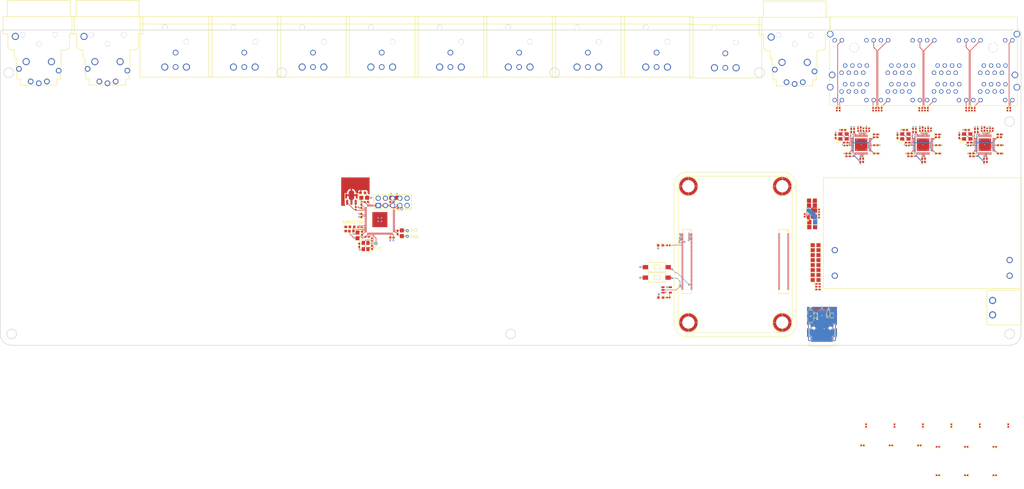
<source format=kicad_pcb>
(kicad_pcb (version 20241229) (generator "pcbnew") (generator_version "9.0")
  (layers (0 "F.Cu" signal) (2 "B.Cu" signal) (13 "F.Paste" user) (15 "B.Paste" user) (5 "F.SilkS" user "F.Silkscreen") (7 "B.SilkS" user "B.Silkscreen") (1 "F.Mask" user) (3 "B.Mask" user) (25 "Edge.Cuts" user))
  (net 0 "")
  (net 1 "switches[0]-ethernets[0]-ETH_P2_N")
  (net 2 "switches[0]-ethernets[1]-ETH_P3_P")
  (net 3 "switches[1]-ethernets[2]-ETH_LED_SPEED")
  (net 4 "switches[1]-ethernets[3]-ETH_P3_P")
  (net 5 "switches[1]-ethernets[1]-ETH_P2_P")
  (net 6 "switches[0]-ethernets[2]-ETH_P3_P")
  (net 7 "_12")
  (net 8 "switches[1]-ethernets[3]-ETH_P3_N")
  (net 9 "switches[0]-ethernets[2]-ETH_P2_P")
  (net 10 "switches[0]-ethernets[1]-ETH_P3_N")
  (net 11 "switches[1]-ethernets[1]-ETH_P2_N")
  (net 12 "_81")
  (net 13 "_48")
  (net 14 "switches[1]-ethernets[1]-ETH_P3_P")
  (net 15 "switches[0]-ethernets[3]-ETH_P3_N")
  (net 16 "switches[0]-ethernets[2]-ETH_P2_N")
  (net 17 "_36")
  (net 18 "switches[0]-ethernets[2]-ETH_LED_SPEED")
  (net 19 "switches[1]-ethernets[3]-ETH_LED_SPEED")
  (net 20 "_93")
  (net 21 "switches[0]-ethernets[3]-ETH_P2_N")
  (net 22 "switches[1]-ethernets[0]-ETH_P2_P")
  (net 23 "switches[1]-ethernets[2]-ETH_P2_N")
  (net 24 "_95")
  (net 25 "_24")
  (net 26 "_59")
  (net 27 "footprint-_10")
  (net 28 "switches[1]-ethernets[0]-ETH_P2_N")
  (net 29 "switches[0]-ethernets[1]-ETH_P2_P")
  (net 30 "switches[1]-ethernets[1]-ETH_P3_N")
  (net 31 "_69")
  (net 32 "switches[0]-ethernets[1]-ETH_LED_SPEED")
  (net 33 "switches[0]-ethernets[0]-ETH_LED_SPEED")
  (net 34 "_83")
  (net 35 "switches[1]-ethernets[2]-ETH_P3_P")
  (net 36 "switches[1]-ethernets[2]-ETH_P2_P")
  (net 37 "_46")
  (net 38 "switches[1]-ethernets[1]-ETH_LED_SPEED")
  (net 39 "switches[0]-ethernets[0]-ETH_P3_P")
  (net 40 "switches[1]-ethernets[3]-ETH_P2_P")
  (net 41 "switches[0]-ethernets[3]-ETH_P3_P")
  (net 42 "switches[1]-ethernets[0]-ETH_LED_SPEED")
  (net 43 "switches[1]-ethernets[3]-ETH_P2_N")
  (net 44 "switches[0]-ethernets[3]-ETH_P2_P")
  (net 45 "switches[0]-ethernets[2]-ETH_P3_N")
  (net 46 "_71")
  (net 47 "switches[1]-ethernets[0]-ETH_P3_P")
  (net 48 "switches[0]-ethernets[0]-ETH_P3_N")
  (net 49 "_34")
  (net 50 "_57")
  (net 51 "_22")
  (net 52 "switches[0]-ethernets[0]-ETH_P2_P")
  (net 53 "switches[1]-ethernets[0]-ETH_P3_N")
  (net 54 "footprint-net-0")
  (net 55 "switches[1]-ethernets[2]-ETH_P3_N")
  (net 56 "switches[0]-ethernets[3]-ETH_LED_SPEED")
  (net 57 "switches[0]-ethernets[1]-ETH_P2_N")
  (net 58 "pins[22]")
  (net 59 "pins[1]")
  (net 60 "hdmi1-HDMI_D1_P")
  (net 61 "RTS")
  (net 62 "cm5-pins[40]")
  (net 63 "RX")
  (net 64 "pins[32]")
  (net 65 "hdmi0-HDMI_D2_P")
  (net 66 "pins[60]")
  (net 67 "pins[0]")
  (net 68 "pins[29]_P")
  (net 69 "pins[68]")
  (net 70 "pins[63]_P")
  (net 71 "pins[25]")
  (net 72 "cm5-pins[88]-0")
  (net 73 "hdmi1-pins[48]")
  (net 74 "pins[49]")
  (net 75 "pins[41]_P")
  (net 76 "cm5-pins[92]")
  (net 77 "cm5-pins[20]")
  (net 78 "gpio[18]-pins[48]")
  (net 79 "pins[69]")
  (net 80 "pins[89]_N")
  (net 81 "hdmi1-HDMI_D1_N")
  (net 82 "usb3_0-USB_D_N")
  (net 83 "pins[58]_P")
  (net 84 "pins[68]_N")
  (net 85 "cm5-pins[95]-0")
  (net 86 "switches[2]-ethernets[0]-ETH_P2_P")
  (net 87 "pins[76]")
  (net 88 "power_1v8-VCC")
  (net 89 "pins[18]")
  (net 90 "activity_led-cathode")
  (net 91 "pins[79]")
  (net 92 "pins[24]")
  (net 93 "pins[61]")
  (net 94 "pins[16]")
  (net 95 "pins[3]")
  (net 96 "hdmi1-HDMI_D0_P")
  (net 97 "cm5-pins[93]-1")
  (net 98 "pins[71]")
  (net 99 "i2cs[3]-SCL")
  (net 100 "activity_led_resistor-pins[20]")
  (net 101 "hdmi0-HDMI_D0_N")
  (net 102 "input-pins[94]")
  (net 103 "spi0_cs0-pins[38]")
  (net 104 "pins[21]")
  (net 105 "pins[10]")
  (net 106 "cm5-pins[15]-0")
  (net 107 "hdmi0-HDMI_D0_P")
  (net 108 "cm5-pins[26]")
  (net 109 "hdmi0-HDMI_D1_P")
  (net 110 "pins[34]")
  (net 111 "pins[62]")
  (net 112 "pins[75]")
  (net 113 "cm5-pins[95]-1")
  (net 114 "pins[14]")
  (net 115 "CTS")
  (net 116 "pins[5]")
  (net 117 "hdmi1-HDMI_D0_N")
  (net 118 "pins[72]")
  (net 119 "pins[50]")
  (net 120 "pins[90]")
  (net 121 "hdmi1-HDMI_D2_N")
  (net 122 "pins[39]_N")
  (net 123 "usb3_1-USB_D_P")
  (net 124 "pins[82]")
  (net 125 "cm5-cathode")
  (net 126 "switches[2]-ethernets[0]-ETH_P2_N")
  (net 127 "pins[99]")
  (net 128 "led_data-pins[26]")
  (net 129 "pins[70]_P")
  (net 130 "cm5-pins[93]-0")
  (net 131 "spi0-MISO")
  (net 132 "pins[86]")
  (net 133 "cm5-pins[23]")
  (net 134 "pins[67]")
  (net 135 "SCLK")
  (net 136 "hdmi0-SCL")
  (net 137 "spi0-MOSI")
  (net 138 "N_C_")
  (net 139 "pins[53]")
  (net 140 "pins[29]")
  (net 141 "pins[47]")
  (net 142 "switches[2]-ethernets[0]-ETH_P3_N")
  (net 143 "pins[11]")
  (net 144 "hdmi1-SDA")
  (net 145 "pins[98]")
  (net 146 "pins[44]")
  (net 147 "hdmi0-HDMI_D1_N")
  (net 148 "cm5-pins[17]-1")
  (net 149 "pins[28]")
  (net 150 "boot_mode-pins[92]")
  (net 151 "hdmi0-HDMI_D2_N")
  (net 152 "cm5-pins[38]")
  (net 153 "pins[66]")
  (net 154 "pins[65]_N")
  (net 155 "cm5-pins[15]-1")
  (net 156 "cm5-pins[74]-0")
  (net 157 "gpio[25]-pins[40]")
  (net 158 "hdmi1-SCL")
  (net 159 "hdmi0-SDA")
  (net 160 "i2cs[3]-SDA")
  (net 161 "pins[56]")
  (net 162 "pins[80]")
  (net 163 "pins[42]")
  (net 164 "pins[96]")
  (net 165 "switches[2]-ethernets[0]-ETH_P3_P")
  (net 166 "pins[52]")
  (net 167 "hdmi1-HDMI_D2_P")
  (net 168 "pins[27]")
  (net 169 "usb3_1-USB_D_N")
  (net 170 "cm5-pins[74]-1")
  (net 171 "pins[91]")
  (net 172 "switches[2]-ethernets[0]-ETH_LED_SPEED")
  (net 173 "pins[81]")
  (net 174 "TX")
  (net 175 "pins[33]")
  (net 176 "gpio[26]-pins[23]")
  (net 177 "cm5-pins[17]-0")
  (net 178 "pins[56]_N")
  (net 179 "pins[87]_P")
  (net 180 "cm5-pins[88]-1")
  (net 181 "cm5-pins[94]")
  (net 182 "pins[63]")
  (net 183 "pins[9]")
  (net 184 "Y")
  (net 185 "usb3_0-USB_D_P")
  (net 186 "pins[19]")
  (net 187 "pins[36]")
  (net 188 "pins[8]")
  (net 189 "switches[1]-ethernets[4]-ETH_LED_LINK")
  (net 190 "switches[1]-ethernets[4]-ETH_P0_P")
  (net 191 "footprint-IBREF-1")
  (net 192 "switches[1]-ethernets[4]-ETH_P1_P")
  (net 193 "switches[0]-loop_indication-LDIND_DIS_LD")
  (net 194 "crystal-XI-1")
  (net 195 "crystal-XO-0")
  (net 196 "switches[1]-ethernets[4]-ETH_P1_N")
  (net 197 "switches[1]-_power_1v2-VCC")
  (net 198 "crystal-XI-0")
  (net 199 "crystal-XO-1")
  (net 200 "switches[1]-ethernets[4]-ETH_P0_N")
  (net 201 "footprint-IBREF-0")
  (net 202 "switches[0]-_power_1v2-VCC")
  (net 203 "switches[1]-loop_indication-LDIND_DIS_LD")
  (net 204 "crystal-XI-2")
  (net 205 "switches[2]-ethernets[4]-ETH_LED_LINK")
  (net 206 "switches[2]-ethernets[4]-ETH_P0_P")
  (net 207 "power_3v3-GND")
  (net 208 "switches[2]-ethernets[0]-ETH_P1_N")
  (net 209 "crystal-XO-2")
  (net 210 "switches[2]-ethernets[0]-ETH_P0_P")
  (net 211 "switches[0]-ethernets[0]-ETH_P0_P")
  (net 212 "switches[2]-_power_1v2-VCC")
  (net 213 "switches[2]-ethernets[0]-ETH_P0_N")
  (net 214 "switches[0]-ethernets[0]-ETH_LED_LINK")
  (net 215 "switches[2]-ethernets[0]-ETH_LED_LINK")
  (net 216 "footprint-IBREF-2")
  (net 217 "switches[2]-ethernets[2]-ETH_P1_P")
  (net 218 "switches[0]-ethernets[0]-ETH_P0_N")
  (net 219 "switches[0]-ethernets[0]-ETH_P1_P")
  (net 220 "switches[1]-ethernets[3]-ETH_LED_LINK")
  (net 221 "switches[1]-ethernets[3]-ETH_P1_N")
  (net 222 "switches[2]-ethernets[2]-ETH_P0_P")
  (net 223 "switches[2]-loop_indication-LDIND_DIS_LD")
  (net 224 "switches[2]-ethernets[3]-ETH_P0_P")
  (net 225 "switches[2]-ethernets[3]-ETH_P0_N")
  (net 226 "switches[2]-ethernets[4]-ETH_P1_P")
  (net 227 "switches[2]-ethernets[2]-ETH_P1_N")
  (net 228 "switches[1]-ethernets[3]-ETH_P0_P")
  (net 229 "switches[0]-ethernets[0]-ETH_P1_N")
  (net 230 "switches[2]-ethernets[2]-ETH_LED_LINK")
  (net 231 "switches[2]-ethernets[4]-ETH_P1_N")
  (net 232 "switches[2]-ethernets[0]-ETH_P1_P")
  (net 233 "switches[2]-ethernets[3]-ETH_P1_N")
  (net 234 "switches[1]-ethernets[3]-ETH_P1_P")
  (net 235 "switches[1]-ethernets[3]-ETH_P0_N")
  (net 236 "switches[2]-ethernets[3]-ETH_LED_LINK")
  (net 237 "switches[2]-ethernets[3]-ETH_P1_P")
  (net 238 "switches[2]-ethernets[4]-ETH_P0_N")
  (net 239 "switches[2]-ethernets[2]-ETH_P0_N")
  (net 240 "switches[1]-ethernets[1]-ETH_P1_N")
  (net 241 "switches[0]-ethernets[1]-ETH_P0_P")
  (net 242 "switches[1]-ethernets[1]-ETH_P0_N")
  (net 243 "switches[0]-ethernets[1]-ETH_P0_N")
  (net 244 "switches[1]-ethernets[1]-ETH_P1_P")
  (net 245 "switches[1]-ethernets[1]-ETH_P0_P")
  (net 246 "switches[1]-ethernets[1]-ETH_LED_LINK")
  (net 247 "switches[0]-ethernets[1]-ETH_LED_LINK")
  (net 248 "switches[0]-ethernets[1]-ETH_P1_N")
  (net 249 "switches[0]-ethernets[1]-ETH_P1_P")
  (net 250 "sbu[0]-line")
  (net 251 "sbu[1]-line")
  (net 252 "AL_L")
  (net 253 "neutral")
  (net 254 "power_vbus-VCC")
  (net 255 "usb-USB_D_P")
  (net 256 "cc[1]-line")
  (net 257 "usb-USB_D_N")
  (net 258 "cc[0]-line")
  (net 259 "footprint-_4-1")
  (net 260 "AUXADC4")
  (net 261 "i2s_outs[3]-SCK")
  (net 262 "i2s_outs[0]-SD")
  (net 263 "xlr_audio_output_connectors[0]-audio-audio_P")
  (net 264 "switches[0]-reset-RESETB")
  (net 265 "xlr_dmx_input_connector-audio-GND")
  (net 266 "xlr_dmx_output_connector-audio-audio_N")
  (net 267 "i2s_outs[2]-WS")
  (net 268 "i2s_outs[1]-WS")
  (net 269 "footprint-_4-7")
  (net 270 "i2c_resistor_jumpers[1]-i2c_out-SCL")
  (net 271 "xlr_audio_input_connectors[1]-audio-audio_N")
  (net 272 "footprint-S-0")
  (net 273 "footprint-_4-6")
  (net 274 "XTALOUT")
  (net 275 "dsp-net")
  (net 276 "xlr_audio_output_connectors[5]-audio-audio_P")
  (net 277 "i2s_ins[2]-WS")
  (net 278 "MP7")
  (net 279 "i2s_ins[1]-SCK")
  (net 280 "reset_resistor_jumpers[2]-logic_out-SDA")
  (net 281 "xlr_audio_output_connectors[2]-audio-audio_N")
  (net 282 "VDRIVE")
  (net 283 "address_bit_0")
  (net 284 "collector")
  (net 285 "AUXADC3")
  (net 286 "footprint-G-2")
  (net 287 "xlr_audio_output_connectors[1]-audio-GND")
  (net 288 "footprint-net-7")
  (net 289 "switches[2]-reset-RESETB")
  (net 290 "SPDIFOUT")
  (net 291 "SW")
  (net 292 "i2s_outs[0]-WS")
  (net 293 "footprint-G-1")
  (net 294 "xlr_audio_output_connectors[7]-audio-audio_N")
  (net 295 "switches[1]-reset-RESETB")
  (net 296 "xlr_audio_output_connectors[7]-audio-audio_P")
  (net 297 "i2s_ins[3]-SD")
  (net 298 "xlr_audio_input_connectors[0]-audio-GND")
  (net 299 "xlr_audio_output_connectors[6]-audio-GND")
  (net 300 "spi_master-MOSI")
  (net 301 "xlr_audio_output_connectors[4]-audio-audio_P")
  (net 302 "footprint-net-8")
  (net 303 "xlr_audio_output_connectors[3]-audio-audio_P")
  (net 304 "THD_M")
  (net 305 "i2s_ins[0]-SCK")
  (net 306 "footprint-net-5")
  (net 307 "switches[0]-i2c_mdio-SCL")
  (net 308 "xlr_audio_output_connectors[4]-audio-audio_N")
  (net 309 "xlr_dmx_input_connector-audio-audio_P")
  (net 310 "footprint-S-2")
  (net 311 "xlr_audio_output_connectors[0]-audio-audio_N")
  (net 312 "power_3v3-VCC")
  (net 313 "switches[1]-i2c_mdio-SDA")
  (net 314 "footprint-S-1")
  (net 315 "footprint-R-0")
  (net 316 "footprint-net-10")
  (net 317 "i2s_outs[2]-SCK")
  (net 318 "i2s_ins[2]-SD")
  (net 319 "xlr_audio_output_connectors[5]-audio-audio_N")
  (net 320 "XTALIN_MCLK")
  (net 321 "switches[1]-i2c_mdio-SCL")
  (net 322 "footprint-_4-2")
  (net 323 "i2s_ins[1]-WS")
  (net 324 "i2s_outs[3]-SD")
  (net 325 "xlr_audio_output_connectors[1]-audio-audio_P")
  (net 326 "switches[2]-i2c_mdio-SCL")
  (net 327 "i2s_outs[1]-SCK")
  (net 328 "SPDIFIN")
  (net 329 "PG")
  (net 330 "footprint-net-3")
  (net 331 "AUXADC0")
  (net 332 "logic_out-SCL")
  (net 333 "xlr_audio_output_connectors[6]-audio-audio_P")
  (net 334 "xlr_audio_input_connectors[1]-audio-GND")
  (net 335 "spi_master-SCL")
  (net 336 "xlr_audio_input_connectors[0]-audio-audio_P")
  (net 337 "THD_P")
  (net 338 "xlr_audio_output_connectors[3]-audio-audio_N")
  (net 339 "xlr_audio_output_connectors[2]-audio-GND")
  (net 340 "i2s_ins[0]-WS")
  (net 341 "switches[0]-i2c_mdio-SDA")
  (net 342 "xlr_audio_output_connectors[4]-audio-GND")
  (net 343 "footprint-R-2")
  (net 344 "i2s_outs[2]-SD")
  (net 345 "footprint-_4-0")
  (net 346 "i2s_outs[3]-WS")
  (net 347 "xlr_audio_output_connectors[7]-audio-GND")
  (net 348 "SELFBOOT")
  (net 349 "power_5v-VCC")
  (net 350 "i2c_resistor_jumpers[2]-i2c_out-SCL")
  (net 351 "footprint-R-1")
  (net 352 "footprint-T-0")
  (net 353 "c1-net")
  (net 354 "CLKOUT")
  (net 355 "footprint-_4-5")
  (net 356 "i2s_ins[3]-SCK")
  (net 357 "footprint-T-2")
  (net 358 "footprint-net-6")
  (net 359 "i2s_ins[1]-SD")
  (net 360 "MP6")
  (net 361 "xlr_dmx_input_connector-audio-audio_N")
  (net 362 "xlr_audio_output_connectors[1]-audio-audio_N")
  (net 363 "switches[2]-i2c_mdio-SDA")
  (net 364 "xlr_dmx_output_connector-audio-audio_P")
  (net 365 "address_bit_1")
  (net 366 "nOE")
  (net 367 "xlr_audio_output_connectors[0]-audio-GND")
  (net 368 "EN")
  (net 369 "footprint-net-11")
  (net 370 "i2s_outs[0]-SCK")
  (net 371 "xlr_audio_output_connectors[6]-audio-audio_N")
  (net 372 "xlr_audio_input_connectors[0]-audio-audio_N")
  (net 373 "xlr_audio_input_connectors[1]-audio-audio_P")
  (net 374 "spi_master-MISO")
  (net 375 "AUXADC1")
  (net 376 "i2s_ins[2]-SCK")
  (net 377 "xlr_audio_output_connectors[5]-audio-GND")
  (net 378 "power_digital-VCC")
  (net 379 "footprint-_4-3")
  (net 380 "footprint-_4-4")
  (net 381 "i2s_ins[0]-SD")
  (net 382 "xlr_audio_output_connectors[2]-audio-audio_P")
  (net 383 "footprint-net-4")
  (net 384 "footprint-_4-8")
  (net 385 "i2s_outs[1]-SD")
  (net 386 "footprint-G-0")
  (net 387 "PLLFILT")
  (net 388 "feedback_divider-output-VDIV_OUTPUT-1")
  (net 389 "footprint-T-1")
  (net 390 "SS_M_MP0")
  (net 391 "footprint-net-9")
  (net 392 "i2s_ins[3]-WS")
  (net 393 "xlr_dmx_output_connector-audio-GND")
  (net 394 "AUXADC2")
  (net 395 "i2c_out-SDA")
  (net 396 "xlr_audio_output_connectors[3]-audio-GND")
  (net 397 "AUXADC5")
  (net 398 "_7")
  (net 399 "dsp_debug_connector-_10")
  (net 400 "reset_resistor_jumpers[0]-logic_out-SDA")
  (net 401 "_8")
  (net 402 "_3")
  (net 403 "_6")
  (net 404 "_1")
  (net 405 "switches[1]-ethernets[2]-ETH_P0_N")
  (net 406 "switches[0]-ethernets[3]-ETH_P0_N")
  (net 407 "switches[1]-ethernets[0]-ETH_P1_P")
  (net 408 "switches[1]-ethernets[0]-ETH_P1_N")
  (net 409 "switches[0]-ethernets[2]-ETH_P1_P")
  (net 410 "switches[1]-ethernets[0]-ETH_LED_LINK")
  (net 411 "switches[1]-ethernets[2]-ETH_P1_N")
  (net 412 "switches[0]-ethernets[2]-ETH_P1_N")
  (net 413 "switches[0]-ethernets[3]-ETH_P1_P")
  (net 414 "switches[0]-ethernets[3]-ETH_P0_P")
  (net 415 "switches[1]-ethernets[2]-ETH_P0_P")
  (net 416 "switches[0]-ethernets[2]-ETH_P0_N")
  (net 417 "switches[1]-ethernets[0]-ETH_P0_P")
  (net 418 "switches[0]-ethernets[3]-ETH_LED_LINK")
  (net 419 "switches[0]-ethernets[2]-ETH_P0_P")
  (net 420 "switches[0]-ethernets[2]-ETH_LED_LINK")
  (net 421 "switches[1]-ethernets[2]-ETH_P1_P")
  (net 422 "switches[1]-ethernets[2]-ETH_LED_LINK")
  (net 423 "switches[0]-ethernets[3]-ETH_P1_N")
  (net 424 "switches[1]-ethernets[0]-ETH_P0_N")
  (footprint "UNI_ROYAL_0402WGF4700TCE:R0402" (layer "F.Cu") (at 384.214983 74.424307 90)
    (property "Reference" "R16" (hide yes))
    (property "Value" "470Ω ±1% 62.5mW")
  )
  (footprint "Samsung_Electro_Mechanics_CL05B104KO5NNNC:C0402" (layer "F.Cu") (at 341.777418 81.862698 90)
    (property "Reference" "C16" (hide yes))
    (property "Value" "100nF ±10% 16V X7R")
  )
  (footprint "UNI_ROYAL_0402WGF1003TCE:R0402" (layer "F.Cu") (at 346.077418 81.562698 90)
    (property "Reference" "R21" (hide yes))
    (property "Value" "100kΩ ±1% 62.5mW")
  )
  (footprint "GENERIC_TESTPOINT:TestPoint_THTPad_D1.0mm_Drill0.5mm" (layer "F.Cu") (at 185.65 119.15)
    (property "Reference" "TP2" (hide yes))
    (property "Value" "")
  )
  (footprint "MW_IRM_30_5:PWRM-TH_L69.5-W39.0_LD30-23B05R2" (layer "F.Cu") (at 366.75 128.5 180)
    (property "Reference" "U7" (hide yes))
    (property "Value" "")
  )
  (footprint "Samsung_Electro_Mechanics_CL05B104KO5NNNC:C0402" (layer "F.Cu") (at 350.477418 89.962698)
    (property "Reference" "C5" (hide yes))
    (property "Value" "100nF ±10% 16V X7R")
  )
  (footprint "UNI_ROYAL_0402WGF1002TCE:R0402" (layer "F.Cu") (at 347 185.75 90)
    (property "Reference" "R45" (hide yes))
    (property "Value" "10kΩ ±1% 62.5mW")
  )
  (footprint "Samsung_Electro_Mechanics_CL05B104KO5NNNC:C0402" (layer "F.Cu") (at 366.884041 81.358913 90)
    (property "Reference" "C39" (hide yes))
    (property "Value" "100nF ±10% 16V X7R")
  )
  (footprint "GENERIC_TESTPOINT:TestPoint_THTPad_D1.0mm_Drill0.5mm" (layer "F.Cu") (at 183.65 109.4)
    (property "Reference" "TP4" (hide yes))
    (property "Value" "")
  )
  (footprint "Hubei_KENTO_Elec_KT_0603G:LED0603-RD" (layer "F.Cu") (at 274.764531 140.699989 180)
    (property "Reference" "D2" (hide yes))
    (property "Value" "")
  )
  (footprint "UNI_ROYAL_0402WGF1003TCE:R0402" (layer "F.Cu") (at 389.577418 81.562698 90)
    (property "Reference" "R26" (hide yes))
    (property "Value" "100kΩ ±1% 62.5mW")
  )
  (footprint "UNI_ROYAL_0402WGF1002TCE:R0402" (layer "F.Cu") (at 365.927418 81.562698 90)
    (property "Reference" "R32" (hide yes))
    (property "Value" "10kΩ ±1% 62.5mW")
  )
  (footprint "FH_0402CG150J500NT:C0402" (layer "F.Cu") (at 173.25 123.05 90)
    (property "Reference" "C70" (hide yes))
    (property "Value" "15pF ±5% 50V C0G")
  )
  (footprint "Samsung_Electro_Mechanics_CL05B104KO5NNNC:C0402" (layer "F.Cu") (at 169.5 108.55 90)
    (property "Reference" "C64" (hide yes))
    (property "Value" "100nF ±10% 16V X7R")
  )
  (footprint "RALEC_RTT022491FTH:R0402" (layer "F.Cu") (at 361.627418 87.162698 180)
    (property "Reference" "R29" (hide yes))
    (property "Value" "2.49kΩ ±1% 62.5mW")
  )
  (footprint "Samsung_Electro_Mechanics_CL05B104KO5NNNC:C0402" (layer "F.Cu") (at 339.877418 86.162698 180)
    (property "Reference" "C10" (hide yes))
    (property "Value" "100nF ±10% 16V X7R")
  )
  (footprint "Samsung_Electro_Mechanics_CL05B104KO5NNNC:C0402" (layer "F.Cu") (at 362.427418 90.962698 180)
    (property "Reference" "C35" (hide yes))
    (property "Value" "100nF ±10% 16V X7R")
  )
  (footprint "YAGEO_CC0402JRNPO9BN180:C0402" (layer "F.Cu") (at 382.577418 81.662698 180)
    (property "Reference" "C18" (hide yes))
    (property "Value" "18pF ±5% 50V C0G")
  )
  (footprint "Samsung_Electro_Mechanics_CL05B104KO5NNNC:C0402" (layer "F.Cu") (at 345.977418 92.362698 -90)
    (property "Reference" "C12" (hide yes))
    (property "Value" "100nF ±10% 16V X7R")
  )
  (footprint "Samsung_Electro_Mechanics_CL05B104KO5NNNC:C0402" (layer "F.Cu") (at 330.083088 135.887333 180)
    (property "Reference" "C51" (hide yes))
    (property "Value" "100nF ±10% 16V X7R")
  )
  (footprint "Neutrik_NC3MAAH:CONN-TH_NC3MAAH" (layer "F.Cu") (at 104.153347 57 180)
    (property "Reference" "PS3" (hide yes))
    (property "Value" "")
  )
  (footprint "Samsung_Electro_Mechanics_CL05B104KO5NNNC:C0402" (layer "F.Cu") (at 182.25 117.8 -90)
    (property "Reference" "C59" (hide yes))
    (property "Value" "100nF ±10% 16V X7R")
  )
  (footprint "Samsung_Electro_Mechanics_CL05B104KO5NNNC:C0402" (layer "F.Cu") (at 364.527418 81.862698 90)
    (property "Reference" "C37" (hide yes))
    (property "Value" "100nF ±10% 16V X7R")
  )
  (footprint "Samsung_Electro_Mechanics_CL05B104KO5NNNC:C0402" (layer "F.Cu") (at 366.727418 92.362698 -90)
    (property "Reference" "C34" (hide yes))
    (property "Value" "100nF ±10% 16V X7R")
  )
  (footprint "UNI_ROYAL_0402WGF4700TCE:R0402" (layer "F.Cu") (at 366.714983 74.424307 90)
    (property "Reference" "R6" (hide yes))
    (property "Value" "470Ω ±1% 62.5mW")
  )
  (footprint "Samsung_Electro_Mechanics_CL05B104KO5NNNC:C0402" (layer "F.Cu") (at 386.277418 81.862698 90)
    (property "Reference" "C23" (hide yes))
    (property "Value" "100nF ±10% 16V X7R")
  )
  (footprint "YAGEO_CC0402JRNPO9BN180:C0402" (layer "F.Cu") (at 360.827418 81.662698 180)
    (property "Reference" "C32" (hide yes))
    (property "Value" "18pF ±5% 50V C0G")
  )
  (footprint "Samsung_Electro_Mechanics_CL05B104KO5NNNC:C0402" (layer "F.Cu") (at 171.25 107.05 180)
    (property "Reference" "C60" (hide yes))
    (property "Value" "100nF ±10% 16V X7R")
  )
  (footprint "GENERIC_TESTPOINT:TestPoint_THTPad_D1.0mm_Drill0.5mm" (layer "F.Cu") (at 185.65 117.15)
    (property "Reference" "TP3" (hide yes))
    (property "Value" "")
  )
  (footprint "Samsung_Electro_Mechanics_CL05B104KO5NNNC:C0402" (layer "F.Cu") (at 180.25 119.55)
    (property "Reference" "C62" (hide yes))
    (property "Value" "100nF ±10% 16V X7R")
  )
  (footprint "UNI_ROYAL_0402WGF1002TCE:R0402" (layer "F.Cu") (at 368.827418 81.562698 90)
    (property "Reference" "R30" (hide yes))
    (property "Value" "10kΩ ±1% 62.5mW")
  )
  (footprint "Samsung_Electro_Mechanics_CL05B104KO5NNNC:C0402" (layer "F.Cu") (at 393.977418 87.062698)
    (property "Reference" "C28" (hide yes))
    (property "Value" "100nF ±10% 16V X7R")
  )
  (footprint "HCTL_HC_RJ45_059C_2_4_1:RJ45-TH_HC-RJ45-059C-2X4-1" (layer "F.Cu") (at 367.214983 59.56781 180)
    (property "Reference" "U2" (hide yes))
    (property "Value" "")
  )
  (footprint "Samsung_Electro_Mechanics_CL21A226MAQNNNE:C0805" (layer "F.Cu") (at 329.25 129.25 180)
    (property "Reference" "C49" (hide yes))
    (property "Value" "22µF ±20% 25V X5R")
  )
  (footprint "UNI_ROYAL_0402WGF1002TCE:R0402" (layer "F.Cu") (at 357 185.75 90)
    (property "Reference" "R44" (hide yes))
    (property "Value" "10kΩ ±1% 62.5mW")
  )
  (footprint "UNI_ROYAL_0402WGF4700TCE:R0402" (layer "F.Cu") (at 349.464983 74.424307 90)
    (property "Reference" "R1" (hide yes))
    (property "Value" "470Ω ±1% 62.5mW")
  )
  (footprint "UNI_ROYAL_0402WGF2001TCE:R0402" (layer "F.Cu") (at 277.464531 122.299989)
    (property "Reference" "R17" (hide yes))
    (property "Value" "2kΩ ±1% 62.5mW")
  )
  (footprint "Samsung_Electro_Mechanics_CL05B104KO5NNNC:C0402" (layer "F.Cu") (at 169.5 111.8 90)
    (property "Reference" "C65" (hide yes))
    (property "Value" "100nF ±10% 16V X7R")
  )
  (footprint "Neutrik_NC3MAAH:CONN-TH_NC3MAAH" (layer "F.Cu") (at 200.82186 57 180)
    (property "Reference" "PS7" (hide yes))
    (property "Value" "")
  )
  (footprint "Samsung_Electro_Mechanics_CL21A226MAQNNNE:C0805" (layer "F.Cu") (at 329.25 127.5 180)
    (property "Reference" "C48" (hide yes))
    (property "Value" "22µF ±20% 25V X5R")
  )
  (footprint "Samsung_Electro_Mechanics_CL05B104KO5NNNC:C0402" (layer "F.Cu") (at 344.977418 92.362698 -90)
    (property "Reference" "C6" (hide yes))
    (property "Value" "100nF ±10% 16V X7R")
  )
  (footprint "Neutrik_NC3MAAH:CONN-TH_NC3MAAH" (layer "F.Cu") (at 128.320475 57 180)
    (property "Reference" "PS4" (hide yes))
    (property "Value" "")
  )
  (footprint "GENERIC_TESTPOINT:TestPoint_THTPad_D1.0mm_Drill0.5mm" (layer "F.Cu") (at 174.65 121.65)
    (property "Reference" "TP1" (hide yes))
    (property "Value" "")
  )
  (footprint "Samsung_Electro_Mechanics_CL05B104KO5NNNC:C0402" (layer "F.Cu") (at 362.427418 89.962698 180)
    (property "Reference" "C41" (hide yes))
    (property "Value" "100nF ±10% 16V X7R")
  )
  (footprint "TAE_TXM12_288M0004322FBCDO00T:CRYSTAL-SMD_4P-L3.2-W2.5-BL-2" (layer "F.Cu") (at 171 122.55 -90)
    (property "Reference" "X4" (hide yes))
    (property "Value" "")
  )
  (footprint "Samsung_Electro_Mechanics_CL21A226MAQNNNE:C0805" (layer "F.Cu") (at 329.25 124 180)
    (property "Reference" "C46" (hide yes))
    (property "Value" "22µF ±20% 25V X5R")
  )
  (footprint "Neutrik_NCJ6FA_H:CONN-TH_NCJ6FA-H" (layer "F.Cu") (at 55.411591 57 180)
    (property "Reference" "PS1" (hide yes))
    (property "Value" "")
  )
  (footprint "Realtek_Semicon_RTL8305NB_VB_CG:QFN-48_L6.0-W6.0-P0.40-TL-EP4.4" (layer "F.Cu") (at 345.277418 86.862698 90)
    (property "Reference" "U8" (hide yes))
    (property "Value" "")
  )
  (footprint "UNI_ROYAL_0402WGF5101TCE:R0402" (layer "F.Cu") (at 329.25 147 90)
    (property "Reference" "R36" (hide yes))
    (property "Value" "5.1kΩ ±1% 62.5mW")
  )
  (footprint "Samsung_Electro_Mechanics_CL21A106KAYNNNE:C0805" (layer "F.Cu") (at 183.75 118.05 -90)
    (property "Reference" "C54" (hide yes))
    (property "Value" "10µF ±10% 25V X5R")
  )
  (footprint "YAGEO_CC0603JRNPO9BN151:C0603" (layer "F.Cu") (at 166 117.3 180)
    (property "Reference" "C72" (hide yes))
    (property "Value" "150pF ±5% 50V C0G")
  )
  (footprint "Samsung_Electro_Mechanics_CL05B104KO5NNNC:C0402" (layer "F.Cu") (at 385.277418 81.862698 90)
    (property "Reference" "C30" (hide yes))
    (property "Value" "100nF ±10% 16V X7R")
  )
  (footprint "UNI_ROYAL_0402WGF1002TCE:R0402" (layer "F.Cu") (at 330.462698 112.022582 -90)
    (property "Reference" "R55" (hide yes))
    (property "Value" "10kΩ ±1% 62.5mW")
  )
  (footprint "UNI_ROYAL_0402WGF4700TCE:R0402" (layer "F.Cu") (at 368.714983 74.424307 90)
    (property "Reference" "R11" (hide yes))
    (property "Value" "470Ω ±1% 62.5mW")
  )
  (footprint "UNI_ROYAL_0402WGF0000TCE:R0402" (layer "F.Cu") (at 372.25 193.25)
    (property "Reference" "R47" (hide yes))
    (property "Value" "0Ω 62.5mW")
  )
  (footprint "UNI_ROYAL_0402WGF4700TCE:R0402" (layer "F.Cu") (at 367.714983 74.424307 90)
    (property "Reference" "R15" (hide yes))
    (property "Value" "470Ω ±1% 62.5mW")
  )
  (footprint "UNI_ROYAL_0402WGF4700TCE:R0402" (layer "F.Cu") (at 365.714983 74.424307 90)
    (property "Reference" "R2" (hide yes))
    (property "Value" "470Ω ±1% 62.5mW")
  )
  (footprint "BHFUSE_BSMD0805_050_15V:F0805" (layer "F.Cu") (at 327.5 147.25 90)
    (property "Reference" "F1" (hide yes))
    (property "Value" "")
  )
  (footprint "Samsung_Electro_Mechanics_CL21A106KAYNNNE:C0805" (layer "F.Cu") (at 181 105.55)
    (property "Reference" "C55" (hide yes))
    (property "Value" "10µF ±10% 25V X5R")
  )
  (footprint "HRS_DF40C_100DS_0_4V_51:CONN-SMD_DF40C-100DS-0.4V-51" (layer "F.Cu") (at 318 128 90)
    (property "Reference" "CN2" (hide yes))
    (property "Value" "")
  )
  (footprint "UNI_ROYAL_0402WGF0000TCE:R0402" (layer "F.Cu") (at 392.25 193.25)
    (property "Reference" "R51" (hide yes))
    (property "Value" "0Ω 62.5mW")
  )
  (footprint "Samsung_Electro_Mechanics_CL21A226MAQNNNE:C0805" (layer "F.Cu") (at 329.25 134.5 180)
    (property "Reference" "C50" (hide yes))
    (property "Value" "22µF ±20% 25V X5R")
  )
  (footprint "UNI_ROYAL_0402WGF4700TCE:R0402" (layer "F.Cu") (at 385.214983 74.424307 90)
    (property "Reference" "R12" (hide yes))
    (property "Value" "470Ω ±1% 62.5mW")
  )
  (footprint "Neutrik_NC3MAAH:CONN-TH_NC3MAAH" (layer "F.Cu") (at 152.487603 57 180)
    (property "Reference" "PS5" (hide yes))
    (property "Value" "")
  )
  (footprint "Samsung_Electro_Mechanics_CL05B104KO5NNNC:C0402" (layer "F.Cu") (at 180.25 107.05)
    (property "Reference" "C68" (hide yes))
    (property "Value" "100nF ±10% 16V X7R")
  )
  (footprint "FH_0402CG150J500NT:C0402" (layer "F.Cu") (at 168.75 122.3 -90)
    (property "Reference" "C69" (hide yes))
    (property "Value" "15pF ±5% 50V C0G")
  )
  (footprint "Samsung_Electro_Mechanics_CL21A226MAQNNNE:C0805" (layer "F.Cu") (at 329.25 125.75 180)
    (property "Reference" "C47" (hide yes))
    (property "Value" "22µF ±20% 25V X5R")
  )
  (footprint "UNI_ROYAL_0402WGF1001TCE:R0402" (layer "F.Cu") (at 167.5 109.3 -90)
    (property "Reference" "R39" (hide yes))
    (property "Value" "1kΩ ±1% 62.5mW")
  )
  (footprint "Yangxing_Tech_X322525MRB4SI:OSC-SMD_4P-L3.2-W2.5-BL_SIT8008BI" (layer "F.Cu") (at 360.827418 83.962698)
    (property "Reference" "X3" (hide yes))
    (property "Value" "")
  )
  (footprint "Neutrik_NC3MAAH:CONN-TH_NC3MAAH" (layer "F.Cu") (at 224.988988 57 180)
    (property "Reference" "PS8" (hide yes))
    (property "Value" "")
  )
  (footprint "STMicroelectronics_USBLC6_2SC6:SOT-23-6_L2.9-W1.6-P0.95-LS2.8-BL" (layer "F.Cu") (at 331.5 147)
    (property "Reference" "D3" (hide yes))
    (property "Value" "")
  )
  (footprint "Samsung_Electro_Mechanics_CL05B104KO5NNNC:C0402" (layer "F.Cu") (at 393.877418 84.262698)
    (property "Reference" "C22" (hide yes))
    (property "Value" "100nF ±10% 16V X7R")
  )
  (footprint "Texas_Instruments_SN74LVC1G07DBVR:SOT-23-5_L3.0-W1.7-P0.95-LS2.8-BR" (layer "F.Cu") (at 276.864531 137.999989 180)
    (property "Reference" "U1" (hide yes))
    (property "Value" "")
  )
  (footprint "Samsung_Electro_Mechanics_CL05B104KO5NNNC:C0402" (layer "F.Cu") (at 372.227418 89.962698)
    (property "Reference" "C33" (hide yes))
    (property "Value" "100nF ±10% 16V X7R")
  )
  (footprint "UNI_ROYAL_0402WGF5101TCE:R0402" (layer "F.Cu") (at 335 147 90)
    (property "Reference" "R37" (hide yes))
    (property "Value" "5.1kΩ ±1% 62.5mW")
  )
  (footprint "Samsung_Electro_Mechanics_CL05B104KO5NNNC:C0402" (layer "F.Cu") (at 393.877418 83.262698)
    (property "Reference" "C29" (hide yes))
    (property "Value" "100nF ±10% 16V X7R")
  )
  (footprint "Samsung_Electro_Mechanics_CL05B104KO5NNNC:C0402" (layer "F.Cu") (at 367.727418 92.362698 -90)
    (property "Reference" "C40" (hide yes))
    (property "Value" "100nF ±10% 16V X7R")
  )
  (footprint "UNI_ROYAL_0402WGF4702TCE:R0402" (layer "F.Cu") (at 330.462698 110.122582 -90)
    (property "Reference" "R56" (hide yes))
    (property "Value" "47kΩ ±1% 62.5mW")
  )
  (footprint "Yangxing_Tech_X322525MRB4SI:OSC-SMD_4P-L3.2-W2.5-BL_SIT8008BI" (layer "F.Cu") (at 339.077418 83.962698)
    (property "Reference" "X1" (hide yes))
    (property "Value" "")
  )
  (footprint "UNI_ROYAL_0402WGF0000TCE:R0402" (layer "F.Cu") (at 392.25 203.25)
    (property "Reference" "R50" (hide yes))
    (property "Value" "0Ω 62.5mW")
  )
  (footprint "UNI_ROYAL_0402WGF1002TCE:R0402" (layer "F.Cu") (at 325.379931 111.732343 90)
    (property "Reference" "R54" (hide yes))
    (property "Value" "10kΩ ±1% 62.5mW")
  )
  (footprint "UNI_ROYAL_0402WGF1002TCE:R0402" (layer "F.Cu") (at 377 185.75 90)
    (property "Reference" "R42" (hide yes))
    (property "Value" "10kΩ ±1% 62.5mW")
  )
  (footprint "UNI_ROYAL_0402WGF1002TCE:R0402" (layer "F.Cu") (at 369.827418 81.562698 90)
    (property "Reference" "R33" (hide yes))
    (property "Value" "10kΩ ±1% 62.5mW")
  )
  (footprint "Samsung_Electro_Mechanics_CL21A226MAQNNNE:C0805" (layer "F.Cu") (at 329.25 122.25 180)
    (property "Reference" "C45" (hide yes))
    (property "Value" "22µF ±20% 25V X5R")
  )
  (footprint "Samsung_Electro_Mechanics_CL05B104KO5NNNC:C0402" (layer "F.Cu") (at 171.5 119.3 180)
    (property "Reference" "C61" (hide yes))
    (property "Value" "100nF ±10% 16V X7R")
  )
  (footprint "Neutrik_NCJ6FA_H:CONN-TH_NCJ6FA-H" (layer "F.Cu") (at 321.25 57.25 180)
    (property "Reference" "PS12" (hide yes))
    (property "Value" "")
  )
  (footprint "YAGEO_CC0402JRNPO9BN180:C0402" (layer "F.Cu") (at 379.777418 83.962698 90)
    (property "Reference" "C17" (hide yes))
    (property "Value" "18pF ±5% 50V C0G")
  )
  (footprint "UNI_ROYAL_0603WAF4301T5E:R0603" (layer "F.Cu") (at 166.25 115.8 180)
    (property "Reference" "R38" (hide yes))
    (property "Value" "4.3kΩ ±1% 100mW")
  )
  (footprint "Neutrik_NC3MAAH:CONN-TH_NC3MAAH" (layer "F.Cu") (at 273.323244 57 180)
    (property "Reference" "PS10" (hide yes))
    (property "Value" "")
  )
  (footprint "UNI_ROYAL_0402WGF4700TCE:R0402" (layer "F.Cu") (at 350.464983 74.424307 90)
    (property "Reference" "R5" (hide yes))
    (property "Value" "470Ω ±1% 62.5mW")
  )
  (footprint "Samsung_Electro_Mechanics_CL05B104KO5NNNC:C0402" (layer "F.Cu") (at 388.634041 81.358913 90)
    (property "Reference" "C25" (hide yes))
    (property "Value" "100nF ±10% 16V X7R")
  )
  (footprint "UNI_ROYAL_0402WGF0000TCE:R0402" (layer "F.Cu") (at 355.75 192.75)
    (property "Reference" "R58" (hide yes))
    (property "Value" "0Ω 62.5mW")
  )
  (footprint "Sinhoo_SMTSO2515CTJ:SMD_BD5.6-D4.1" (layer "F.Cu") (at 317.514531 149.499989 90)
    (property "Reference" "U4" (hide yes))
    (property "Value" "")
  )
  (footprint "Samsung_Electro_Mechanics_CL05B104KO5NNNC:C0402" (layer "F.Cu") (at 372.227418 87.062698)
    (property "Reference" "C42" (hide yes))
    (property "Value" "100nF ±10% 16V X7R")
  )
  (footprint "Samsung_Electro_Mechanics_CL05B104KO5NNNC:C0402" (layer "F.Cu") (at 388.477418 92.362698 -90)
    (property "Reference" "C20" (hide yes))
    (property "Value" "100nF ±10% 16V X7R")
  )
  (footprint "RALEC_RTT022491FTH:R0402" (layer "F.Cu") (at 339.877418 87.162698 180)
    (property "Reference" "R19" (hide yes))
    (property "Value" "2.49kΩ ±1% 62.5mW")
  )
  (footprint "UNI_ROYAL_0402WGF4700TCE:R0402" (layer "F.Cu") (at 382.214983 74.424307 90)
    (property "Reference" "R3" (hide yes))
    (property "Value" "470Ω ±1% 62.5mW")
  )
  (footprint "Murata_Electronics_GRM21BZ71E106KE15L:C0805" (layer "F.Cu") (at 328.062698 115.922582)
    (property "Reference" "C75" (hide yes))
    (property "Value" "10µF ±10% 25V X7R")
  )
  (footprint "UNI_ROYAL_0402WGF4700TCE:R0402" (layer "F.Cu") (at 336.714983 74.424307 90)
    (property "Reference" "R13" (hide yes))
    (property "Value" "470Ω ±1% 62.5mW")
  )
  (footprint "Neutrik_NC3MAAH:CONN-TH_NC3MAAH" (layer "F.Cu") (at 297.490372 57.25 180)
    (property "Reference" "PS11" (hide yes))
    (property "Value" "")
  )
  (footprint "Nexperia_PBSS5350X_115:SOT-89-3_L4.5-W2.5-P1.50-LS4.1-TR" (layer "F.Cu") (at 166 105.9 -90)
    (property "Reference" "Q1" (hide yes))
    (property "Value" "")
  )
  (footprint "UNI_ROYAL_0402WGF4700TCE:R0402" (layer "F.Cu") (at 337.714983 74.424307 90)
    (property "Reference" "R9" (hide yes))
    (property "Value" "470Ω ±1% 62.5mW")
  )
  (footprint "Samsung_Electro_Mechanics_CL05B104KO5NNNC:C0402" (layer "F.Cu") (at 342.777418 81.862698 90)
    (property "Reference" "C9" (hide yes))
    (property "Value" "100nF ±10% 16V X7R")
  )
  (footprint "UNI_ROYAL_0402WGF0000TCE:R0402" (layer "F.Cu") (at 382.25 203.25)
    (property "Reference" "R48" (hide yes))
    (property "Value" "0Ω 62.5mW")
  )
  (footprint "Samsung_Electro_Mechanics_CL05B104KO5NNNC:C0402" (layer "F.Cu") (at 350.377418 83.262698)
    (property "Reference" "C15" (hide yes))
    (property "Value" "100nF ±10% 16V X7R")
  )
  (footprint "Analog_Devices_ADAU1452WBCPZ:LFCSP-72_L10.0-W10.0-P0.50-LS10.2-BL-EP5.3" (layer "F.Cu") (at 176 113.25 -90)
    (property "Reference" "U11" (hide yes))
    (property "Value" "")
  )
  (footprint "XKB_Connectivity_TS_1101_C_W:SW-SMD_L6.0-W3.3-LS8.0" (layer "F.Cu") (at 273.379531 133.674989 180)
    (property "Reference" "SW1" (hide yes))
    (property "Value" "")
  )
  (footprint "DIBO_DB2ERC_5_08_2P_BK:CONN-TH_2P-P5.08_DB2ERC-5.08-2P-BK" (layer "F.Cu") (at 391.5 144.25 90)
    (property "Reference" "CN3" (hide yes))
    (property "Value" "")
  )
  (footprint "UNI_ROYAL_0402WGF4700TCE:R0402" (layer "F.Cu") (at 397.705853 74.424307 90)
    (property "Reference" "R4" (hide yes))
    (property "Value" "470Ω ±1% 62.5mW")
  )
  (footprint "Murata_Electronics_GRM21BZ71A226ME15L:C0805" (layer "F.Cu") (at 327.962698 106.522582 180)
    (property "Reference" "C77" (hide yes))
    (property "Value" "22µF ±20% 10V X7R")
  )
  (footprint "Samsung_Electro_Mechanics_CL21A106KAYNNNE:C0805" (layer "F.Cu") (at 168.105949 118.794237 90)
    (property "Reference" "C58" (hide yes))
    (property "Value" "10µF ±10% 25V X5R")
  )
  (footprint "Samsung_Electro_Mechanics_CL05B104KO5NNNC:C0402" (layer "F.Cu") (at 363.527418 81.862698 90)
    (property "Reference" "C44" (hide yes))
    (property "Value" "100nF ±10% 16V X7R")
  )
  (footprint "Samsung_Electro_Mechanics_CL05B104KO5NNNC:C0402" (layer "F.Cu") (at 330.100561 137.878187 180)
    (property "Reference" "C53" (hide yes))
    (property "Value" "100nF ±10% 16V X7R")
  )
  (footprint "UNI_ROYAL_0402WGF4700TCE:R0402" (layer "F.Cu") (at 352.464983 74.424307 90)
    (property "Reference" "R10" (hide yes))
    (property "Value" "470Ω ±1% 62.5mW")
  )
  (footprint "Samsung_Electro_Mechanics_CL05B104KO5NNNC:C0402" (layer "F.Cu") (at 169 115.9 180)
    (property "Reference" "C66" (hide yes))
    (property "Value" "100nF ±10% 16V X7R")
  )
  (footprint "Everlight_Elec_19_213_Y2C_CQ2R2L_3T_CY:LED0603-RD-YELLOW" (layer "F.Cu") (at 274.664531 122.299989 180)
    (property "Reference" "D1" (hide yes))
    (property "Value" "")
  )
  (footprint "Sinhoo_SMTSO2515CTJ:SMD_BD5.6-D4.1" (layer "F.Cu") (at 284.514531 149.499989 90)
    (property "Reference" "U5" (hide yes))
    (property "Value" "")
  )
  (footprint "UNI_ROYAL_0402WGF1003TCE:R0402" (layer "F.Cu") (at 367.827418 81.562698 90)
    (property "Reference" "R31" (hide yes))
    (property "Value" "100kΩ ±1% 62.5mW")
  )
  (footprint "UNI_ROYAL_0402WGF0000TCE:R0402" (layer "F.Cu") (at 345.75 192.75)
    (property "Reference" "R57" (hide yes))
    (property "Value" "0Ω 62.5mW")
  )
  (footprint "Samsung_Electro_Mechanics_CL05B104KO5NNNC:C0402" (layer "F.Cu") (at 350.377418 84.262698)
    (property "Reference" "C8" (hide yes))
    (property "Value" "100nF ±10% 16V X7R")
  )
  (footprint "Sinhoo_SMTSO2515CTJ:SMD_BD5.6-D4.1" (layer "F.Cu") (at 284.514531 101.499989 90)
    (property "Reference" "U6" (hide yes))
    (property "Value" "")
  )
  (footprint "Samsung_Electro_Mechanics_CL05B104KO5NNNC:C0402" (layer "F.Cu") (at 372.127418 84.262698)
    (property "Reference" "C36" (hide yes))
    (property "Value" "100nF ±10% 16V X7R")
  )
  (footprint "RALEC_RTT022491FTH:R0402" (layer "F.Cu") (at 383.377418 87.162698 180)
    (property "Reference" "R24" (hide yes))
    (property "Value" "2.49kΩ ±1% 62.5mW")
  )
  (footprint "UNI_ROYAL_0402WGF4700TCE:R0402" (layer "F.Cu") (at 383.214983 74.424307 90)
    (property "Reference" "R7" (hide yes))
    (property "Value" "470Ω ±1% 62.5mW")
  )
  (footprint "Neutrik_NC3MAAH:CONN-TH_NC3MAAH" (layer "F.Cu") (at 176.654731 57 180)
    (property "Reference" "PS6" (hide yes))
    (property "Value" "")
  )
  (footprint "Samsung_Electro_Mechanics_CL21A226MAQNNNE:C0805" (layer "F.Cu") (at 329.25 131 180)
    (property "Reference" "C1" (hide yes))
    (property "Value" "22µF ±20% 25V X5R")
  )
  (footprint "UNI_ROYAL_0402WGF1002TCE:R0402" (layer "F.Cu") (at 391.577418 81.562698 90)
    (property "Reference" "R28" (hide yes))
    (property "Value" "10kΩ ±1% 62.5mW")
  )
  (footprint "Neutrik_NC3MAAH:CONN-TH_NC3MAAH" (layer "F.Cu") (at 249.156116 57 180)
    (property "Reference" "PS9" (hide yes))
    (property "Value" "")
  )
  (footprint "UNI_ROYAL_0402WGF0000TCE:R0402" (layer "F.Cu") (at 372.25 203.25)
    (property "Reference" "R46" (hide yes))
    (property "Value" "0Ω 62.5mW")
  )
  (footprint "UNI_ROYAL_0402WGF0000TCE:R0402" (layer "F.Cu") (at 382.25 193.25)
    (property "Reference" "R49" (hide yes))
    (property "Value" "0Ω 62.5mW")
  )
  (footprint "Samsung_Electro_Mechanics_CL05B104KO5NNNC:C0402" (layer "F.Cu") (at 384.177418 89.962698 180)
    (property "Reference" "C27" (hide yes))
    (property "Value" "100nF ±10% 16V X7R")
  )
  (footprint "UNI_ROYAL_0603WAF0000T5E:R0603" (layer "F.Cu") (at 170 103.8)
    (property "Reference" "R35" (hide yes))
    (property "Value" "0Ω 100mW")
  )
  (footprint "Samsung_Electro_Mechanics_CL05B104KO5NNNC:C0402" (layer "F.Cu") (at 393.977418 89.962698)
    (property "Reference" "C19" (hide yes))
    (property "Value" "100nF ±10% 16V X7R")
  )
  (footprint "UNI_ROYAL_0402WGF1002TCE:R0402" (layer "F.Cu") (at 344.177418 81.562698 90)
    (property "Reference" "R22" (hide yes))
    (property "Value" "10kΩ ±1% 62.5mW")
  )
  (footprint "Samsung_Electro_Mechanics_CL05B104KO5NNNC:C0402" (layer "F.Cu") (at 389.477418 92.362698 -90)
    (property "Reference" "C26" (hide yes))
    (property "Value" "100nF ±10% 16V X7R")
  )
  (footprint "Samsung_Electro_Mechanics_CL05B104KO5NNNC:C0402" (layer "F.Cu") (at 383.377418 86.162698 180)
    (property "Reference" "C24" (hide yes))
    (property "Value" "100nF ±10% 16V X7R")
  )
  (footprint "UNI_ROYAL_0402WGF4700TCE:R0402" (layer "F.Cu") (at 396.708488 74.424307 90)
    (property "Reference" "R8" (hide yes))
    (property "Value" "470Ω ±1% 62.5mW")
  )
  (footprint "Neutrik_NCJ6FA_H:CONN-TH_NCJ6FA-H" (layer "F.Cu") (at 79.578719 57 180)
    (property "Reference" "PS2" (hide yes))
    (property "Value" "")
  )
  (footprint "TEXAS_INSTRUMENTS_TPSM863257RDXR:QFN-7_L4.0-W3.3_TPSM863257RDXR" (layer "F.Cu") (at 327.362698 111.222582 90)
    (property "Reference" "U13" (hide yes))
    (property "Value" "")
  )
  (footprint "Samsung_Electro_Mechanics_CL05B104KO5NNNC:C0402" (layer "F.Cu") (at 340.677418 89.962698 180)
    (property "Reference" "C13" (hide yes))
    (property "Value" "100nF ±10% 16V X7R")
  )
  (footprint "YAGEO_CC0402JRNPO9BN180:C0402" (layer "F.Cu") (at 336.277418 83.962698 90)
    (property "Reference" "C3" (hide yes))
    (property "Value" "18pF ±5% 50V C0G")
  )
  (footprint "Samsung_Electro_Mechanics_CL05B104KO5NNNC:C0402" (layer "F.Cu") (at 340.677418 90.962698 180)
    (property "Reference" "C7" (hide yes))
    (property "Value" "100nF ±10% 16V X7R")
  )
  (footprint "Samsung_Electro_Mechanics_CL05B104KO5NNNC:C0402" (layer "F.Cu") (at 384.177418 90.962698 180)
    (property "Reference" "C21" (hide yes))
    (property "Value" "100nF ±10% 16V X7R")
  )
  (footprint "UNI_ROYAL_0402WGF2001TCE:R0402" (layer "F.Cu") (at 277.464531 140.699989)
    (property "Reference" "R18" (hide yes))
    (property "Value" "2kΩ ±1% 62.5mW")
  )
  (footprint "YAGEO_CC0402JRNPO9BN180:C0402" (layer "F.Cu") (at 339.077418 81.662698 180)
    (property "Reference" "C4" (hide yes))
    (property "Value" "18pF ±5% 50V C0G")
  )
  (footprint "XKB_Connectivity_TS_1101_C_W:SW-SMD_L6.0-W3.3-LS8.0" (layer "F.Cu") (at 273.409531 129.999989 180)
    (property "Reference" "SW2" (hide yes))
    (property "Value" "")
  )
  (footprint "SHOU_HAN_TYPE_C_16PIN_2MD_073:USB-C-SMD_TYPE-C-6PIN-2MD-073" (layer "F.Cu") (at 331.5 152.75)
    (property "Reference" "USB1" (hide yes))
    (property "Value" "")
  )
  (footprint "UNI_ROYAL_0402WGF1002TCE:R0402" (layer "F.Cu") (at 387.677418 81.562698 90)
    (property "Reference" "R27" (hide yes))
    (property "Value" "10kΩ ±1% 62.5mW")
  )
  (footprint "Samsung_Electro_Mechanics_CL05B104KO5NNNC:C0402" (layer "F.Cu") (at 330.08494 136.878169 180)
    (property "Reference" "C52" (hide yes))
    (property "Value" "100nF ±10% 16V X7R")
  )
  (footprint "Samsung_Electro_Mechanics_CL21A226MAQNNNE:C0805" (layer "F.Cu") (at 329.25 132.75 180)
    (property "Reference" "C2" (hide yes))
    (property "Value" "22µF ±20% 25V X5R")
  )
  (footprint "CJT_A2541WV_2x5P:HDR-TH_10P-P2.54-V-M-R2-C5-S2.54-1" (layer "F.Cu") (at 180.5 107)
    (property "Reference" "U14" (hide yes))
    (property "Value" "")
  )
  (footprint "Realtek_Semicon_RTL8305NB_VB_CG:QFN-48_L6.0-W6.0-P0.40-TL-EP4.4" (layer "F.Cu") (at 388.777418 86.862698 90)
    (property "Reference" "U9" (hide yes))
    (property "Value" "")
  )
  (footprint "Samsung_Electro_Mechanics_CL05B104KO5NNNC:C0402" (layer "F.Cu") (at 372.127418 83.262698)
    (property "Reference" "C43" (hide yes))
    (property "Value" "100nF ±10% 16V X7R")
  )
  (footprint "Murata_Electronics_GRM21BZ71E106KE15L:C0805" (layer "F.Cu") (at 328.062698 114.122582)
    (property "Reference" "C76" (hide yes))
    (property "Value" "10µF ±10% 25V X7R")
  )
  (footprint "UNI_ROYAL_0402WGF4700TCE:R0402" (layer "F.Cu") (at 351.464983 74.424307 90)
    (property "Reference" "R14" (hide yes))
    (property "Value" "470Ω ±1% 62.5mW")
  )
  (footprint "YAGEO_CC0402JRNPO9BN180:C0402" (layer "F.Cu") (at 358.027418 83.962698 90)
    (property "Reference" "C31" (hide yes))
    (property "Value" "18pF ±5% 50V C0G")
  )
  (footprint "Samsung_Electro_Mechanics_CL05B104KO5NNNC:C0402" (layer "F.Cu") (at 361.627418 86.162698 180)
    (property "Reference" "C38" (hide yes))
    (property "Value" "100nF ±10% 16V X7R")
  )
  (footprint "Sinhoo_SMTSO2515CTJ:SMD_BD5.6-D4.1" (layer "F.Cu") (at 317.514531 101.499989 90)
    (property "Reference" "U3" (hide yes))
    (property "Value" "")
  )
  (footprint "YAGEO_CC0603KRX7R9BB562:C0603" (layer "F.Cu") (at 164 116.55 -90)
    (property "Reference" "C71" (hide yes))
    (property "Value" "5.6nF ±10% 50V X7R")
  )
  (footprint "UNI_ROYAL_0402WGF1002TCE:R0402" (layer "F.Cu") (at 367 185.75 90)
    (property "Reference" "R43" (hide yes))
    (property "Value" "10kΩ ±1% 62.5mW")
  )
  (footprint "Samsung_Electro_Mechanics_CL05B104KO5NNNC:C0402" (layer "F.Cu") (at 350.477418 87.062698)
    (property "Reference" "C14" (hide yes))
    (property "Value" "100nF ±10% 16V X7R")
  )
  (footprint "UNI_ROYAL_0402WGF1000TCE:R0402" (layer "F.Cu") (at 173.25 120.3 -90)
    (property "Reference" "R34" (hide yes))
    (property "Value" "100Ω ±1% 62.5mW")
  )
  (footprint "UNI_ROYAL_0402WGF1002TCE:R0402" (layer "F.Cu") (at 390.577418 81.562698 90)
    (property "Reference" "R25" (hide yes))
    (property "Value" "10kΩ ±1% 62.5mW")
  )
  (footprint "Samsung_Electro_Mechanics_CL05B104KO5NNNC:C0402" (layer "F.Cu") (at 182.25 108.8 90)
    (property "Reference" "C63" (hide yes))
    (property "Value" "100nF ±10% 16V X7R")
  )
  (footprint "UNI_ROYAL_0402WGF1002TCE:R0402" (layer "F.Cu") (at 348.077418 81.562698 90)
    (property "Reference" "R23" (hide yes))
    (property "Value" "10kΩ ±1% 62.5mW")
  )
  (footprint "Samsung_Electro_Mechanics_CL05B104KO5NNNC:C0402" (layer "F.Cu") (at 333.75 146.25 -90)
    (property "Reference" "C56" (hide yes))
    (property "Value" "100nF ±10% 16V X7R")
  )
  (footprint "UNI_ROYAL_0402WGF1002TCE:R0402" (layer "F.Cu") (at 387 185.75 90)
    (property "Reference" "R41" (hide yes))
    (property "Value" "10kΩ ±1% 62.5mW")
  )
  (footprint "Samsung_Electro_Mechanics_CL05B104KO5NNNC:C0402" (layer "F.Cu") (at 345.134041 81.358913 90)
    (property "Reference" "C11" (hide yes))
    (property "Value" "100nF ±10% 16V X7R")
  )
  (footprint "Samsung_Electro_Mechanics_CL21A106KAYNNNE:C0805" (layer "F.Cu") (at 170.5 105.55 180)
    (property "Reference" "C57" (hide yes))
    (property "Value" "10µF ±10% 25V X5R")
  )
  (footprint "Realtek_Semicon_RTL8305NB_VB_CG:QFN-48_L6.0-W6.0-P0.40-TL-EP4.4" (layer "F.Cu") (at 367.027418 86.862698 90)
    (property "Reference" "U10" (hide yes))
    (property "Value" "")
  )
  (footprint "HRS_DF40C_100DS_0_4V_51:CONN-SMD_DF40C-100DS-0.4V-51" (layer "F.Cu") (at 284 128 90)
    (property "Reference" "CN1" (hide yes))
    (property "Value" "")
  )
  (footprint "Samsung_Electro_Mechanics_CL05B104KO5NNNC:C0402" (layer "F.Cu") (at 169.75 118.05 90)
    (property "Reference" "C67" (hide yes))
    (property "Value" "100nF ±10% 16V X7R")
  )
  (footprint "Murata_Electronics_GRM21BZ71A226ME15L:C0805" (layer "F.Cu") (at 327.962698 108.322582 180)
    (property "Reference" "C78" (hide yes))
    (property "Value" "22µF ±20% 10V X7R")
  )
  (footprint "UNI_ROYAL_0402WGF0000TCE:R0402" (layer "F.Cu") (at 365.75 192.75)
    (property "Reference" "R59" (hide yes))
    (property "Value" "0Ω 62.5mW")
  )
  (footprint "UNI_ROYAL_0402WGF1002TCE:R0402" (layer "F.Cu") (at 347.077418 81.562698 90)
    (property "Reference" "R20" (hide yes))
    (property "Value" "10kΩ ±1% 62.5mW")
  )
  (footprint "UNI_ROYAL_0402WGF1002TCE:R0402" (layer "F.Cu") (at 397 185.75 90)
    (property "Reference" "R40" (hide yes))
    (property "Value" "10kΩ ±1% 62.5mW")
  )
  (footprint "Yangxing_Tech_X322525MRB4SI:OSC-SMD_4P-L3.2-W2.5-BL_SIT8008BI" (layer "F.Cu") (at 382.577418 83.962698)
    (property "Reference" "X2" (hide yes))
    (property "Value" "")
  )
  (gr_poly (pts (xy 327.502972 109.869038) (xy 327.502972 109.482308) (xy 328.262698 108.722582) (xy 328.262698 106.322582) (xy 329.662698 106.322582) (xy 329.662698 109.122582) (xy 329.762698 109.222582) (xy 329.762698 110.022582) (xy 329.662698 110.122582) (xy 327.756516 110.122582)) (stroke (width 0.01)) (fill yes) (layer "F.Cu") (net 312))
  (gr_poly (pts (xy 327.262698 110.922582) (xy 327.262698 109.422582) (xy 327.662698 109.022582) (xy 327.662698 106.322582) (xy 327.562698 106.222582) (xy 326.262698 106.222582) (xy 326.262698 108.922582) (xy 326.062698 109.122582) (xy 326.062698 110.122582) (xy 326.862698 110.922582)) (fill yes) (layer "F.Cu") (net 207))
  (gr_poly (pts (xy 326.341406 116.597212) (xy 326.341406 112.80129) (xy 326.062698 112.522582) (xy 326.062698 112.222582) (xy 326.162698 112.122582) (xy 326.462698 112.122582) (xy 327.762698 113.422582) (xy 327.762698 116.622582) (xy 326.366776 116.622582)) (fill yes) (layer "F.Cu") (net 349))
  (gr_poly (pts (xy 328.362015 116.587379) (xy 328.3513 113.458339) (xy 329.765797 113.458339) (xy 329.765797 116.587379) (xy 329.697166 116.56589) (xy 329.554364 116.57269) (xy 329.197901 116.587379)) (fill yes) (layers "F.Cu" "F.Mask") (net 207))
  (gr_poly (pts (xy 328.365899 115.470281) (xy 328.365899 112.525783) (xy 326.062698 110.222582) (xy 326.062698 109.122582) (xy 326.362698 108.822582) (xy 326.962698 108.822582) (xy 329.762698 111.622582) (xy 329.762698 115.422582) (xy 329.662698 115.522582) (xy 328.4182 115.522582)) (fill yes) (layer "B.Cu") (net 207))
  (gr_arc (start 321.014531 149.499989) (mid 319.989405 151.974863) (end 317.514531 152.999989) (stroke (width 0.2)) (layer "F.SilkS"))
  (gr_line (start 318.007529 96.528923) (end 284.007529 96.528923) (stroke (width 0.2)) (layer "F.SilkS"))
  (gr_line (start 284.007527 154.528923) (end 318.007529 154.528923) (stroke (width 0.2)) (layer "F.SilkS"))
  (gr_line (start 317.514532 97.999989) (end 284.51453 97.999989) (stroke (width 0.2)) (layer "F.SilkS"))
  (gr_circle (center 317.514531 101.499989) (end 317.514531 99.999989) (stroke (width 0.2)) (fill no) (layer "F.SilkS"))
  (gr_line (start 281.014531 101.499988) (end 281.014531 149.499989) (stroke (width 0.2)) (layer "F.SilkS"))
  (gr_line (start 279.507529 101.028923) (end 279.507529 150.028925) (stroke (width 0.2)) (layer "F.SilkS"))
  (gr_line (start 284.514531 152.999989) (end 317.514531 152.999989) (stroke (width 0.2)) (layer "F.SilkS"))
  (gr_circle (center 284.514531 101.499989) (end 284.514531 102.999989) (stroke (width 0.2)) (fill no) (layer "F.SilkS"))
  (gr_arc (start 317.514532 97.999989) (mid 319.989405 99.025116) (end 321.014531 101.499989) (stroke (width 0.2)) (layer "F.SilkS"))
  (gr_arc (start 322.507529 150.028923) (mid 321.18951 153.210904) (end 318.007529 154.528923) (stroke (width 0.2)) (layer "F.SilkS"))
  (gr_line (start 322.507529 150.028923) (end 322.507529 101.028923) (stroke (width 0.2)) (layer "F.SilkS"))
  (gr_circle (center 284.507529 101.528923) (end 284.507529 100.178923) (stroke (width 0.2)) (fill no) (layer "F.SilkS"))
  (gr_arc (start 318.007529 96.528923) (mid 321.18951 97.846942) (end 322.507529 101.028923) (stroke (width 0.2)) (layer "F.SilkS"))
  (gr_circle (center 317.507529 101.528923) (end 317.507529 100.178923) (stroke (width 0.2)) (fill no) (layer "F.SilkS"))
  (gr_arc (start 284.514531 152.999989) (mid 282.039657 151.974863) (end 281.014531 149.499989) (stroke (width 0.2)) (layer "F.SilkS"))
  (gr_circle (center 317.507529 149.528923) (end 317.507529 148.178923) (stroke (width 0.2)) (fill no) (layer "F.SilkS"))
  (gr_line (start 321.014531 149.499989) (end 321.014531 101.499989) (stroke (width 0.2)) (layer "F.SilkS"))
  (gr_arc (start 281.014531 101.499988) (mid 282.039657 99.025115) (end 284.51453 97.999989) (stroke (width 0.2)) (layer "F.SilkS"))
  (gr_circle (center 284.507529 149.528923) (end 284.507529 148.178923) (stroke (width 0.2)) (fill no) (layer "F.SilkS"))
  (gr_arc (start 279.507529 101.028923) (mid 280.825548 97.846942) (end 284.007529 96.528923) (stroke (width 0.2)) (layer "F.SilkS"))
  (gr_circle (center 317.514531 149.499989) (end 317.514531 150.999989) (stroke (width 0.2)) (fill no) (layer "F.SilkS"))
  (gr_circle (center 284.514531 149.499989) (end 284.514531 147.999989) (stroke (width 0.2)) (fill no) (layer "F.SilkS"))
  (gr_arc (start 284.007527 154.528923) (mid 280.825548 153.210904) (end 279.507529 150.028925) (stroke (width 0.2)) (layer "F.SilkS"))
  (gr_line (start 42.5 153.499997) (end 42.5 47.5) (stroke (width 0.2)) (layer "Edge.Cuts"))
  (gr_line (start 401.5 47.5) (end 401.5 153.499996) (stroke (width 0.2)) (layer "Edge.Cuts"))
  (gr_circle (center 222 153.499997) (end 223.7 153.499997) (stroke (width 0.2)) (fill no) (layer "Edge.Cuts"))
  (gr_circle (center 397.5 153.499997) (end 399.2 153.499997) (stroke (width 0.2)) (fill no) (layer "Edge.Cuts"))
  (gr_arc (start 401.5 153.499996) (mid 400.328429 156.328426) (end 397.5 157.499997) (stroke (width 0.2)) (layer "Edge.Cuts"))
  (gr_circle (center 141.5 61.499997) (end 143.2 61.499997) (stroke (width 0.2)) (fill no) (layer "Edge.Cuts"))
  (gr_circle (center 309.5 61.499997) (end 311.2 61.499997) (stroke (width 0.2)) (fill no) (layer "Edge.Cuts"))
  (gr_line (start 43.500003 46.499997) (end 400.499997 46.499997) (stroke (width 0.2)) (layer "Edge.Cuts"))
  (gr_arc (start 400.499997 46.499997) (mid 401.207108 46.79289) (end 401.5 47.5) (stroke (width 0.2)) (layer "Edge.Cuts"))
  (gr_arc (start 46.499999 157.499997) (mid 43.671574 156.328424) (end 42.5 153.499997) (stroke (width 0.2)) (layer "Edge.Cuts"))
  (gr_circle (center 45.5 61.499997) (end 47.2 61.499997) (stroke (width 0.2)) (fill no) (layer "Edge.Cuts"))
  (gr_circle (center 397.5 78.759997) (end 399.2 78.759997) (stroke (width 0.2)) (fill no) (layer "Edge.Cuts"))
  (gr_circle (center 237.5 61.499997) (end 239.2 61.499997) (stroke (width 0.2)) (fill no) (layer "Edge.Cuts"))
  (gr_arc (start 42.5 47.5) (mid 42.792894 46.792892) (end 43.500003 46.499997) (stroke (width 0.2)) (layer "Edge.Cuts"))
  (gr_line (start 397.5 157.499997) (end 46.499999 157.499997) (stroke (width 0.2)) (layer "Edge.Cuts"))
  (gr_circle (center 46.5 153.499997) (end 48.2 153.499997) (stroke (width 0.2)) (fill no) (layer "Edge.Cuts"))
  (gr_text "ADAU1452" (at 162.65 114.65 0) (layer "F.SilkS") (effects (font (size 1 1) (thickness 0.2)) (justify left bottom)))
  (gr_text "1V2" (at 184.4 109.9 0) (layer "F.SilkS") (effects (font (size 1 1) (thickness 0.2)) (justify left bottom)))
  (gr_text "GND" (at 186.4 119.9 0) (layer "F.SilkS") (effects (font (size 1 1) (thickness 0.2)) (justify left bottom)))
  (gr_text "CLK" (at 173.773893 123.764412 0) (layer "F.SilkS") (effects (font (size 1 1) (thickness 0.2)) (justify left bottom)))
  (gr_text "3V3" (at 186.4 117.65 0) (layer "F.SilkS") (effects (font (size 1 1) (thickness 0.2)) (justify left bottom)))
  (segment (start 349.464983 73.994307) (end 349.464983 71.39781) (width 0.2) (layer "F.Cu") (net 7))
  (segment (start 349.464983 71.39781) (end 349.684983 71.17781) (width 0.2) (layer "F.Cu") (net 7))
  (segment (start 383.214983 73.994307) (end 383.265983 73.943307) (width 0.2) (layer "F.Cu") (net 12))
  (segment (start 383.265983 73.943307) (end 383.265983 53.650401) (width 0.2) (layer "F.Cu") (net 12))
  (segment (start 382.204983 52.589401) (end 382.204983 50.12781) (width 0.2) (layer "F.Cu") (net 12))
  (segment (start 383.265983 53.650401) (end 382.204983 52.589401) (width 0.2) (layer "F.Cu") (net 12))
  (segment (start 397.705853 71.93694) (end 398.464983 71.17781) (width 0.2) (layer "F.Cu") (net 13))
  (segment (start 397.705853 73.994307) (end 397.705853 71.93694) (width 0.2) (layer "F.Cu") (net 13))
  (segment (start 382.214983 71.18781) (end 382.204983 71.17781) (width 0.2) (layer "F.Cu") (net 17))
  (segment (start 382.214983 73.994307) (end 382.214983 71.18781) (width 0.2) (layer "F.Cu") (net 17))
  (segment (start 397.299984 73.402811) (end 397.304853 73.397942) (width 0.2) (layer "F.Cu") (net 20))
  (segment (start 397.299984 51.292809) (end 398.464983 50.12781) (width 0.2) (layer "F.Cu") (net 20))
  (segment (start 397.299984 73.402811) (end 397.299984 51.292809) (width 0.2) (layer "F.Cu") (net 20))
  (segment (start 396.708488 73.994307) (end 397.299984 73.402811) (width 0.2) (layer "F.Cu") (net 20))
  (segment (start 383.683983 53.72881) (end 387.284983 50.12781) (width 0.2) (layer "F.Cu") (net 24))
  (segment (start 383.683983 73.463307) (end 383.683983 53.72881) (width 0.2) (layer "F.Cu") (net 24))
  (segment (start 384.214983 73.994307) (end 383.683983 73.463307) (width 0.2) (layer "F.Cu") (net 24))
  (segment (start 337.025983 51.60681) (end 338.504983 50.12781) (width 0.2) (layer "F.Cu") (net 26))
  (segment (start 336.714983 73.994307) (end 337.025983 73.683307) (width 0.2) (layer "F.Cu") (net 26))
  (segment (start 337.025983 73.683307) (end 337.025983 51.60681) (width 0.2) (layer "F.Cu") (net 26))
  (segment (start 337.714983 71.96781) (end 337.714983 73.994307) (width 0.2) (layer "F.Cu") (net 27))
  (segment (start 338.504983 71.17781) (end 337.714983 71.96781) (width 0.2) (layer "F.Cu") (net 27))
  (segment (start 367.005983 53.721186) (end 365.944983 52.660186) (width 0.2) (layer "F.Cu") (net 31))
  (segment (start 365.944983 52.660186) (end 365.944983 50.12781) (width 0.2) (layer "F.Cu") (net 31))
  (segment (start 366.714983 73.994307) (end 367.005983 73.703307) (width 0.2) (layer "F.Cu") (net 31))
  (segment (start 367.005983 73.703307) (end 367.005983 53.721186) (width 0.2) (layer "F.Cu") (net 31))
  (segment (start 367.714983 73.994307) (end 367.406313 73.685637) (width 0.2) (layer "F.Cu") (net 34))
  (segment (start 367.406313 73.685637) (end 367.406313 53.74648) (width 0.2) (layer "F.Cu") (net 34))
  (segment (start 367.406313 53.74648) (end 371.024983 50.12781) (width 0.2) (layer "F.Cu") (net 34))
  (segment (start 385.214983 73.24781) (end 387.284983 71.17781) (width 0.2) (layer "F.Cu") (net 37))
  (segment (start 385.214983 73.994307) (end 385.214983 73.24781) (width 0.2) (layer "F.Cu") (net 37))
  (segment (start 351.464983 73.994307) (end 351.163983 73.693307) (width 0.2) (layer "F.Cu") (net 46))
  (segment (start 351.163983 53.72881) (end 354.764983 50.12781) (width 0.2) (layer "F.Cu") (net 46))
  (segment (start 351.163983 73.693307) (end 351.163983 53.72881) (width 0.2) (layer "F.Cu") (net 46))
  (segment (start 368.714983 73.994307) (end 368.714983 73.48781) (width 0.2) (layer "F.Cu") (net 49))
  (segment (start 368.714983 73.48781) (end 371.024983 71.17781) (width 0.2) (layer "F.Cu") (net 49))
  (segment (start 350.745983 73.713307) (end 350.745983 53.669835) (width 0.2) (layer "F.Cu") (net 50))
  (segment (start 349.684983 52.608835) (end 349.684983 50.12781) (width 0.2) (layer "F.Cu") (net 50))
  (segment (start 350.745983 53.669835) (end 349.684983 52.608835) (width 0.2) (layer "F.Cu") (net 50))
  (segment (start 350.464983 73.994307) (end 350.745983 73.713307) (width 0.2) (layer "F.Cu") (net 50))
  (segment (start 352.464983 73.47781) (end 354.764983 71.17781) (width 0.2) (layer "F.Cu") (net 51))
  (segment (start 352.464983 73.994307) (end 352.464983 73.47781) (width 0.2) (layer "F.Cu") (net 51))
  (segment (start 281.91452 120.2) (end 282.4 120.2) (width 0.2) (layer "F.Cu") (net 86))
  (segment (start 281.514531 120.599989) (end 281.91452 120.2) (width 0.2) (layer "F.Cu") (net 86))
  (via (at 281.514531 120.599989) (size 0.6) (drill 0.3) (layers "F.Cu" "B.Cu") (net 86))
  (segment (start 275.464531 122.299989) (end 277.034531 122.299989) (width 0.15) (layer "F.Cu") (net 90))
  (segment (start 279.644531 122.299989) (end 279.74452 122.2) (width 0.15) (layer "F.Cu") (net 100))
  (segment (start 277.894531 122.299989) (end 277.99452 122.2) (width 0.15) (layer "F.Cu") (net 100))
  (segment (start 279.74452 122.2) (end 282.4 122.2) (width 0.15) (layer "F.Cu") (net 100))
  (segment (start 277.894531 122.299989) (end 279.644531 122.299989) (width 0.15) (layer "F.Cu") (net 100))
  (segment (start 275.564531 137.999989) (end 280.264531 137.999989) (width 0.15) (layer "F.Cu") (net 102))
  (segment (start 280.264531 137.999989) (end 281.26452 137) (width 0.15) (layer "F.Cu") (net 102))
  (segment (start 281.26452 137) (end 282.4 137) (width 0.15) (layer "F.Cu") (net 102))
  (segment (start 275.564531 140.699989) (end 277.034531 140.699989) (width 0.15) (layer "F.Cu") (net 125))
  (segment (start 281.536702 119.8) (end 282.4 119.8) (width 0.2) (layer "F.Cu") (net 126))
  (segment (start 281.514531 119.822171) (end 281.536702 119.8) (width 0.2) (layer "F.Cu") (net 126))
  (via (at 281.514531 119.822171) (size 0.6) (drill 0.3) (layers "F.Cu" "B.Cu") (net 126))
  (segment (start 281.733036 119) (end 281.663483 119.069553) (width 0.15) (layer "F.Cu") (net 142))
  (segment (start 282.4 119) (end 281.733036 119) (width 0.15) (layer "F.Cu") (net 142))
  (via (at 281.663483 119.069553) (size 0.6) (drill 0.3) (layers "F.Cu" "B.Cu") (net 142))
  (segment (start 281.635421 136.475001) (end 281.76042 136.6) (width 0.15) (layer "F.Cu") (net 150))
  (segment (start 278.549531 133.674989) (end 278.764531 133.889989) (width 0.15) (layer "F.Cu") (net 150))
  (segment (start 277.379531 133.674989) (end 278.549531 133.674989) (width 0.15) (layer "F.Cu") (net 150))
  (segment (start 281.76042 136.6) (end 282.4 136.6) (width 0.15) (layer "F.Cu") (net 150))
  (via (at 278.764531 133.889989) (size 0.6) (drill 0.3) (layers "F.Cu" "B.Cu") (net 150))
  (via (at 281.635421 136.475001) (size 0.6) (drill 0.3) (layers "F.Cu" "B.Cu") (net 150))
  (segment (start 281.574531 136.439989) (end 281.574531 134.949989) (width 0.15) (layer "B.Cu") (net 150))
  (segment (start 281.609543 136.475001) (end 281.574531 136.439989) (width 0.15) (layer "B.Cu") (net 150))
  (segment (start 281.635421 136.475001) (end 281.609543 136.475001) (width 0.15) (layer "B.Cu") (net 150))
  (segment (start 281.574531 134.949989) (end 280.514531 133.889989) (width 0.15) (layer "B.Cu") (net 150))
  (segment (start 280.514531 133.889989) (end 278.764531 133.889989) (width 0.15) (layer "B.Cu") (net 150))
  (segment (start 281.65855 118.322157) (end 281.600544 118.322157) (width 0.15) (layer "F.Cu") (net 165))
  (segment (start 281.93769 118.601297) (end 281.65855 118.322157) (width 0.15) (layer "F.Cu") (net 165))
  (segment (start 282.4 118.6) (end 282.398703 118.601297) (width 0.15) (layer "F.Cu") (net 165))
  (segment (start 282.398703 118.601297) (end 281.93769 118.601297) (width 0.15) (layer "F.Cu") (net 165))
  (via (at 281.600544 118.322157) (size 0.6) (drill 0.3) (layers "F.Cu" "B.Cu") (net 165))
  (segment (start 277.409531 129.999989) (end 278.159531 130.749989) (width 0.15) (layer "F.Cu") (net 171))
  (segment (start 284.714531 136.119989) (end 284.794542 136.2) (width 0.15) (layer "F.Cu") (net 171))
  (segment (start 284.794542 136.2) (end 285.610531 136.2) (width 0.15) (layer "F.Cu") (net 171))
  (segment (start 278.159531 130.749989) (end 278.814531 130.749989) (width 0.15) (layer "F.Cu") (net 171))
  (via (at 284.714531 136.119989) (size 0.6) (drill 0.3) (layers "F.Cu" "B.Cu") (net 171))
  (via (at 278.814531 130.749989) (size 0.6) (drill 0.3) (layers "F.Cu" "B.Cu") (net 171))
  (segment (start 280.034531 131.969989) (end 278.814531 130.749989) (width 0.15) (layer "B.Cu") (net 171))
  (segment (start 280.564531 131.969989) (end 284.714531 136.119989) (width 0.15) (layer "B.Cu") (net 171))
  (segment (start 280.564531 131.969989) (end 280.034531 131.969989) (width 0.15) (layer "B.Cu") (net 171))
  (segment (start 282.4 121.4) (end 281.365856 121.4) (width 0.15) (layer "F.Cu") (net 172))
  (segment (start 281.365856 121.4) (end 281.27736 121.311504) (width 0.15) (layer "F.Cu") (net 172))
  (via (at 281.27736 121.311504) (size 0.6) (drill 0.3) (layers "F.Cu" "B.Cu") (net 172))
  (segment (start 277.894531 139.219989) (end 278.164531 138.949989) (width 0.15) (layer "F.Cu") (net 184))
  (segment (start 277.894531 140.699989) (end 277.894531 139.219989) (width 0.15) (layer "F.Cu") (net 184))
  (segment (start 285.599989 121.799989) (end 285.6 121.8) (width 0.15) (layer "F.Cu") (net 186))
  (segment (start 384.307418 86.662698) (end 383.807418 87.162698) (width 0.15) (layer "F.Cu") (net 191))
  (segment (start 385.677418 86.662698) (end 384.307418 86.662698) (width 0.15) (layer "F.Cu") (net 191))
  (segment (start 347.077418 82.262698) (end 347.077418 81.992698) (width 0.15) (layer "F.Cu") (net 193))
  (segment (start 346.277418 83.762698) (end 346.277418 83.062698) (width 0.15) (layer "F.Cu") (net 193))
  (segment (start 346.277418 83.062698) (end 347.077418 82.262698) (width 0.15) (layer "F.Cu") (net 193))
  (segment (start 380.077418 84.812698) (end 379.777418 84.512698) (width 0.15) (layer "F.Cu") (net 194))
  (segment (start 381.477418 84.812698) (end 380.077418 84.812698) (width 0.15) (layer "F.Cu") (net 194))
  (segment (start 385.677418 85.862698) (end 384.865229 85.862698) (width 0.15) (layer "F.Cu") (net 194))
  (segment (start 384.865229 85.862698) (end 384.641229 85.638698) (width 0.15) (layer "F.Cu") (net 194))
  (segment (start 384.641229 85.638698) (end 382.303418 85.638698) (width 0.15) (layer "F.Cu") (net 194))
  (segment (start 382.303418 85.638698) (end 381.477418 84.812698) (width 0.15) (layer "F.Cu") (net 194))
  (segment (start 339.627418 82.562698) (end 340.177418 83.112698) (width 0.15) (layer "F.Cu") (net 195))
  (segment (start 339.627418 81.662698) (end 339.627418 82.562698) (width 0.15) (layer "F.Cu") (net 195))
  (segment (start 341.103418 84.038698) (end 340.177418 83.112698) (width 0.15) (layer "F.Cu") (net 195))
  (segment (start 341.525418 85.462698) (end 341.103418 85.040698) (width 0.15) (layer "F.Cu") (net 195))
  (segment (start 342.177418 85.462698) (end 341.525418 85.462698) (width 0.15) (layer "F.Cu") (net 195))
  (segment (start 341.103418 85.040698) (end 341.103418 84.038698) (width 0.15) (layer "F.Cu") (net 195))
  (segment (start 391.877418 84.662698) (end 392.777418 84.662698) (width 0.15) (layer "F.Cu") (net 197))
  (segment (start 384.027418 86.262698) (end 385.677418 86.262698) (width 0.15) (layer "F.Cu") (net 197))
  (segment (start 391.877418 89.062698) (end 392.376432 89.062698) (width 0.15) (layer "F.Cu") (net 197))
  (segment (start 392.927418 84.662698) (end 393.327418 84.262698) (width 0.15) (layer "F.Cu") (net 197))
  (segment (start 392.376432 89.062698) (end 392.776925 89.463191) (width 0.15) (layer "F.Cu") (net 197))
  (segment (start 384.627418 87.062698) (end 384.577418 87.112698) (width 0.15) (layer "F.Cu") (net 197))
  (segment (start 392.527418 85.062698) (end 393.327418 84.262698) (width 0.15) (layer "F.Cu") (net 197))
  (segment (start 383.927418 86.162698) (end 384.027418 86.262698) (width 0.15) (layer "F.Cu") (net 197))
  (segment (start 388.477418 91.616698) (end 388.477418 91.812698) (width 0.2) (layer "F.Cu") (net 197))
  (segment (start 386.277418 82.554739) (end 386.277418 82.412698) (width 0.15) (layer "F.Cu") (net 197))
  (segment (start 393.276432 89.962698) (end 393.427418 89.962698) (width 0.15) (layer "F.Cu") (net 197))
  (segment (start 385.677418 87.062698) (end 384.627418 87.062698) (width 0.15) (layer "F.Cu") (net 197))
  (segment (start 388.477418 91.837943) (end 388.007234 92.308127) (width 0.2) (layer "F.Cu") (net 197))
  (segment (start 386.577418 90.462698) (end 386.077418 90.962698) (width 0.2) (layer "F.Cu") (net 197))
  (segment (start 388.007234 92.308127) (end 387.896442 92.308127) (width 0.2) (layer "F.Cu") (net 197))
  (segment (start 386.977418 83.762698) (end 386.977418 83.254739) (width 0.15) (layer "F.Cu") (net 197))
  (segment (start 386.277418 82.412698) (end 386.277418 82.962698) (width 0.15) (layer "F.Cu") (net 197))
  (segment (start 388.977418 89.962698) (end 388.977418 91.116698) (width 0.2) (layer "F.Cu") (net 197))
  (segment (start 386.577418 89.962698) (end 386.577418 90.462698) (width 0.2) (layer "F.Cu") (net 197))
  (segment (start 386.977418 83.254739) (end 386.277418 82.554739) (width 0.15) (layer "F.Cu") (net 197))
  (segment (start 386.577418 82.85474) (end 386.462495 82.739817) (width 0.15) (layer "F.Cu") (net 197))
  (segment (start 386.462495 82.597775) (end 386.277418 82.412698) (width 0.15) (layer "F.Cu") (net 197))
  (segment (start 392.777418 84.662698) (end 392.927418 84.662698) (width 0.15) (layer "F.Cu") (net 197))
  (segment (start 386.077418 90.962698) (end 384.727418 90.962698) (width 0.2) (layer "F.Cu") (net 197))
  (segment (start 386.577418 83.762698) (end 386.577418 82.85474) (width 0.15) (layer "F.Cu") (net 197))
  (segment (start 391.877418 85.062698) (end 392.527418 85.062698) (width 0.15) (layer "F.Cu") (net 197))
  (segment (start 392.776925 89.463191) (end 393.276432 89.962698) (width 0.15) (layer "F.Cu") (net 197))
  (segment (start 388.477418 91.812698) (end 388.477418 91.837943) (width 0.2) (layer "F.Cu") (net 197))
  (segment (start 388.977418 91.116698) (end 388.477418 91.616698) (width 0.2) (layer "F.Cu") (net 197))
  (segment (start 386.462495 82.739817) (end 386.462495 82.597775) (width 0.15) (layer "F.Cu") (net 197))
  (segment (start 386.277418 82.962698) (end 385.977418 83.262698) (width 0.15) (layer "F.Cu") (net 197))
  (via (at 385.977418 83.262698) (size 0.45) (drill 0.2) (layers "F.Cu" "B.Cu") (net 197))
  (via (at 392.776925 89.463191) (size 0.45) (drill 0.2) (layers "F.Cu" "B.Cu") (net 197))
  (via (at 387.896442 92.308127) (size 0.45) (drill 0.2) (layers "F.Cu" "B.Cu") (net 197))
  (via (at 386.077418 90.962698) (size 0.45) (drill 0.2) (layers "F.Cu" "B.Cu") (net 197))
  (via (at 384.577418 87.112698) (size 0.45) (drill 0.2) (layers "F.Cu" "B.Cu") (net 197))
  (via (at 384.577418 86.212698) (size 0.45) (drill 0.2) (layers "F.Cu" "B.Cu") (net 197))
  (via (at 392.777418 84.662698) (size 0.45) (drill 0.2) (layers "F.Cu" "B.Cu") (net 197))
  (segment (start 386.077418 90.962698) (end 386.551013 90.962698) (width 0.3) (layer "B.Cu") (net 197))
  (segment (start 391.277418 86.162698) (end 391.277418 87.963684) (width 0.2) (layer "B.Cu") (net 197))
  (segment (start 385.977418 83.262698) (end 385.977418 85.712698) (width 0.3) (layer "B.Cu") (net 197))
  (segment (start 385.977418 86.162698) (end 385.977418 90.862698) (width 0.3) (layer "B.Cu") (net 197))
  (segment (start 385.977418 85.712698) (end 385.977418 87.112698) (width 0.3) (layer "B.Cu") (net 197))
  (segment (start 385.977418 86.162698) (end 391.277418 86.162698) (width 0.3) (layer "B.Cu") (net 197))
  (segment (start 391.277418 87.963684) (end 392.776925 89.463191) (width 0.2) (layer "B.Cu") (net 197))
  (segment (start 385.977418 85.712698) (end 385.977418 86.162698) (width 0.15) (layer "B.Cu") (net 197))
  (segment (start 386.551013 90.962698) (end 387.896442 92.308127) (width 0.3) (layer "B.Cu") (net 197))
  (segment (start 391.277418 86.162698) (end 392.777418 84.662698) (width 0.15) (layer "B.Cu") (net 197))
  (segment (start 384.577418 87.112698) (end 384.577418 86.212698) (width 0.15) (layer "B.Cu") (net 197))
  (segment (start 385.977418 87.112698) (end 384.577418 87.112698) (width 0.15) (layer "B.Cu") (net 197))
  (segment (start 385.977418 90.862698) (end 386.077418 90.962698) (width 0.15) (layer "B.Cu") (net 197))
  (segment (start 338.803418 85.638698) (end 337.977418 84.812698) (width 0.15) (layer "F.Cu") (net 198))
  (segment (start 336.577418 84.812698) (end 336.277418 84.512698) (width 0.15) (layer "F.Cu") (net 198))
  (segment (start 342.177418 85.862698) (end 341.365229 85.862698) (width 0.15) (layer "F.Cu") (net 198))
  (segment (start 341.365229 85.862698) (end 341.141229 85.638698) (width 0.15) (layer "F.Cu") (net 198))
  (segment (start 337.977418 84.812698) (end 336.577418 84.812698) (width 0.15) (layer "F.Cu") (net 198))
  (segment (start 341.141229 85.638698) (end 338.803418 85.638698) (width 0.15) (layer "F.Cu") (net 198))
  (segment (start 384.603418 85.040698) (end 384.603418 84.038698) (width 0.15) (layer "F.Cu") (net 199))
  (segment (start 384.603418 84.038698) (end 383.677418 83.112698) (width 0.15) (layer "F.Cu") (net 199))
  (segment (start 385.025418 85.462698) (end 384.603418 85.040698) (width 0.15) (layer "F.Cu") (net 199))
  (segment (start 383.127418 82.562698) (end 383.677418 83.112698) (width 0.15) (layer "F.Cu") (net 199))
  (segment (start 383.127418 81.662698) (end 383.127418 82.562698) (width 0.15) (layer "F.Cu") (net 199))
  (segment (start 385.677418 85.462698) (end 385.025418 85.462698) (width 0.15) (layer "F.Cu") (net 199))
  (segment (start 342.177418 86.662698) (end 340.807418 86.662698) (width 0.15) (layer "F.Cu") (net 201))
  (segment (start 340.807418 86.662698) (end 340.307418 87.162698) (width 0.15) (layer "F.Cu") (net 201))
  (segment (start 344.977418 91.812698) (end 344.977418 91.837943) (width 0.2) (layer "F.Cu") (net 202))
  (segment (start 349.027418 85.062698) (end 349.827418 84.262698) (width 0.15) (layer "F.Cu") (net 202))
  (segment (start 343.077418 83.762698) (end 343.077418 82.85474) (width 0.15) (layer "F.Cu") (net 202))
  (segment (start 348.377418 85.062698) (end 349.027418 85.062698) (width 0.15) (layer "F.Cu") (net 202))
  (segment (start 348.377418 89.062698) (end 348.876432 89.062698) (width 0.15) (layer "F.Cu") (net 202))
  (segment (start 343.077418 89.962698) (end 343.077418 90.462698) (width 0.2) (layer "F.Cu") (net 202))
  (segment (start 343.077418 82.85474) (end 342.962495 82.739817) (width 0.15) (layer "F.Cu") (net 202))
  (segment (start 342.962495 82.597775) (end 342.777418 82.412698) (width 0.15) (layer "F.Cu") (net 202))
  (segment (start 344.507234 92.308127) (end 344.396442 92.308127) (width 0.2) (layer "F.Cu") (net 202))
  (segment (start 349.427418 84.662698) (end 349.827418 84.262698) (width 0.15) (layer "F.Cu") (net 202))
  (segment (start 348.876432 89.062698) (end 349.276925 89.463191) (width 0.15) (layer "F.Cu") (net 202))
  (segment (start 344.977418 91.616698) (end 344.977418 91.812698) (width 0.2) (layer "F.Cu") (net 202))
  (segment (start 349.276925 89.463191) (end 349.776432 89.962698) (width 0.15) (layer "F.Cu") (net 202))
  (segment (start 342.777418 82.412698) (end 342.777418 82.962698) (width 0.15) (layer "F.Cu") (net 202))
  (segment (start 342.777418 82.962698) (end 342.477418 83.262698) (width 0.15) (layer "F.Cu") (net 202))
  (segment (start 342.177418 87.062698) (end 341.127418 87.062698) (width 0.15) (layer "F.Cu") (net 202))
  (segment (start 343.477418 83.762698) (end 343.477418 83.254739) (width 0.15) (layer "F.Cu") (net 202))
  (segment (start 340.427418 86.162698) (end 340.527418 86.262698) (width 0.15) (layer "F.Cu") (net 202))
  (segment (start 342.777418 82.554739) (end 342.777418 82.412698) (width 0.15) (layer "F.Cu") (net 202))
  (segment (start 349.776432 89.962698) (end 349.927418 89.962698) (width 0.15) (layer "F.Cu") (net 202))
  (segment (start 343.077418 90.462698) (end 342.577418 90.962698) (width 0.2) (layer "F.Cu") (net 202))
  (segment (start 342.962495 82.739817) (end 342.962495 82.597775) (width 0.15) (layer "F.Cu") (net 202))
  (segment (start 341.127418 87.062698) (end 341.077418 87.112698) (width 0.15) (layer "F.Cu") (net 202))
  (segment (start 345.477418 91.116698) (end 344.977418 91.616698) (width 0.2) (layer "F.Cu") (net 202))
  (segment (start 340.527418 86.262698) (end 342.177418 86.262698) (width 0.15) (layer "F.Cu") (net 202))
  (segment (start 349.277418 84.662698) (end 349.427418 84.662698) (width 0.15) (layer "F.Cu") (net 202))
  (segment (start 344.977418 91.837943) (end 344.507234 92.308127) (width 0.2) (layer "F.Cu") (net 202))
  (segment (start 345.477418 89.962698) (end 345.477418 91.116698) (width 0.2) (layer "F.Cu") (net 202))
  (segment (start 342.577418 90.962698) (end 341.227418 90.962698) (width 0.2) (layer "F.Cu") (net 202))
  (segment (start 343.477418 83.254739) (end 342.777418 82.554739) (width 0.15) (layer "F.Cu") (net 202))
  (segment (start 348.377418 84.662698) (end 349.277418 84.662698) (width 0.15) (layer "F.Cu") (net 202))
  (via (at 344.396442 92.308127) (size 0.45) (drill 0.2) (layers "F.Cu" "B.Cu") (net 202))
  (via (at 349.277418 84.662698) (size 0.45) (drill 0.2) (layers "F.Cu" "B.Cu") (net 202))
  (via (at 341.077418 87.112698) (size 0.45) (drill 0.2) (layers "F.Cu" "B.Cu") (net 202))
  (via (at 342.477418 83.262698) (size 0.45) (drill 0.2) (layers "F.Cu" "B.Cu") (net 202))
  (via (at 342.577418 90.962698) (size 0.45) (drill 0.2) (layers "F.Cu" "B.Cu") (net 202))
  (via (at 341.077418 86.212698) (size 0.45) (drill 0.2) (layers "F.Cu" "B.Cu") (net 202))
  (via (at 349.276925 89.463191) (size 0.45) (drill 0.2) (layers "F.Cu" "B.Cu") (net 202))
  (segment (start 341.077418 87.112698) (end 341.077418 86.212698) (width 0.15) (layer "B.Cu") (net 202))
  (segment (start 347.777418 87.963684) (end 349.276925 89.463191) (width 0.2) (layer "B.Cu") (net 202))
  (segment (start 342.477418 85.712698) (end 342.477418 87.112698) (width 0.3) (layer "B.Cu") (net 202))
  (segment (start 343.051013 90.962698) (end 344.396442 92.308127) (width 0.3) (layer "B.Cu") (net 202))
  (segment (start 342.477418 87.112698) (end 341.077418 87.112698) (width 0.15) (layer "B.Cu") (net 202))
  (segment (start 347.777418 86.162698) (end 347.777418 87.963684) (width 0.2) (layer "B.Cu") (net 202))
  (segment (start 342.477418 86.162698) (end 347.777418 86.162698) (width 0.3) (layer "B.Cu") (net 202))
  (segment (start 342.477418 90.862698) (end 342.577418 90.962698) (width 0.15) (layer "B.Cu") (net 202))
  (segment (start 347.777418 86.162698) (end 349.277418 84.662698) (width 0.15) (layer "B.Cu") (net 202))
  (segment (start 342.477418 83.262698) (end 342.477418 85.712698) (width 0.3) (layer "B.Cu") (net 202))
  (segment (start 342.577418 90.962698) (end 343.051013 90.962698) (width 0.3) (layer "B.Cu") (net 202))
  (segment (start 342.477418 85.712698) (end 342.477418 86.162698) (width 0.15) (layer "B.Cu") (net 202))
  (segment (start 342.477418 86.162698) (end 342.477418 90.862698) (width 0.3) (layer "B.Cu") (net 202))
  (segment (start 389.777418 83.762698) (end 389.777418 83.062698) (width 0.15) (layer "F.Cu") (net 203))
  (segment (start 390.577418 82.262698) (end 390.577418 81.992698) (width 0.15) (layer "F.Cu") (net 203))
  (segment (start 389.777418 83.062698) (end 390.577418 82.262698) (width 0.15) (layer "F.Cu") (net 203))
  (segment (start 359.727418 84.812698) (end 358.327418 84.812698) (width 0.15) (layer "F.Cu") (net 204))
  (segment (start 358.327418 84.812698) (end 358.027418 84.512698) (width 0.15) (layer "F.Cu") (net 204))
  (segment (start 360.553418 85.638698) (end 359.727418 84.812698) (width 0.15) (layer "F.Cu") (net 204))
  (segment (start 363.927418 85.862698) (end 363.115229 85.862698) (width 0.15) (layer "F.Cu") (net 204))
  (segment (start 363.115229 85.862698) (end 362.891229 85.638698) (width 0.15) (layer "F.Cu") (net 204))
  (segment (start 362.891229 85.638698) (end 360.553418 85.638698) (width 0.15) (layer "F.Cu") (net 204))
  (segment (start 171.05 111.5) (end 169.75 111.5) (width 0.2) (layer "F.Cu") (net 207))
  (segment (start 387.177418 88.562698) (end 387.077418 88.562698) (width 0.15) (layer "F.Cu") (net 207))
  (segment (start 170.114369 117.135631) (end 170.505701 117.135631) (width 0.2) (layer "F.Cu") (net 207))
  (segment (start 360.277418 82.562698) (end 359.727418 83.112698) (width 0.15) (layer "F.Cu") (net 207))
  (segment (start 382.361834 83.63469) (end 381.950709 83.63469) (width 0.15) (layer "F.Cu") (net 207))
  (segment (start 182 105.55) (end 182 104.3) (width 0.2) (layer "F.Cu") (net 207))
  (segment (start 169.75 107.05) (end 169.5 106.8) (width 0.2) (layer "F.Cu") (net 207))
  (segment (start 361.789842 84.812698) (end 360.611834 83.63469) (width 0.15) (layer "F.Cu") (net 207))
  (segment (start 170.455056 115.313724) (end 170.641332 115.5) (width 0.2) (layer "F.Cu") (net 207))
  (segment (start 173.207657 121.551795) (end 171.901795 121.551795) (width 0.127) (layer "F.Cu") (net 207))
  (segment (start 170.582332 117.059) (end 170.991 117.059) (width 0.2) (layer "F.Cu") (net 207))
  (segment (start 182 105.85) (end 180.8 107.05) (width 0.2) (layer "F.Cu") (net 207))
  (segment (start 170.5 109) (end 169.5 108) (width 0.2) (layer "F.Cu") (net 207))
  (segment (start 342.777418 81.312698) (end 342.777418 80.562698) (width 0.15) (layer "F.Cu") (net 207))
  (segment (start 361.077418 86.162698) (end 360.935092 86.162698) (width 0.15) (layer "F.Cu") (net 207))
  (segment (start 383.627418 89.962698) (end 382.877418 89.962698) (width 0.15) (layer "F.Cu") (net 207))
  (segment (start 171.8 121.744514) (end 171.8 121.45) (width 0.127) (layer "F.Cu") (net 207))
  (segment (start 339.447418 87.162698) (end 339.077418 87.162698) (width 0.15) (layer "F.Cu") (net 207))
  (segment (start 345.977418 92.912698) (end 344.977418 92.912698) (width 0.15) (layer "F.Cu") (net 207))
  (segment (start 337.977418 83.161399) (end 337.977418 83.112698) (width 0.15) (layer "F.Cu") (net 207))
  (segment (start 351.027418 89.962698) (end 351.677418 89.962698) (width 0.15) (layer "F.Cu") (net 207))
  (segment (start 170.2 123.344514) (end 171.8 121.744514) (width 0.127) (layer "F.Cu") (net 207))
  (segment (start 340.039842 84.812698) (end 338.861834 83.63469) (width 0.15) (layer "F.Cu") (net 207))
  (segment (start 338.777418 86.570372) (end 338.777418 86.862698) (width 0.15) (layer "F.Cu") (net 207))
  (segment (start 267.614531 129.999989) (end 267.564531 129.949989) (width 0.15) (layer "F.Cu") (net 207))
  (segment (start 381.950709 83.63469) (end 381.477418 83.161399) (width 0.15) (layer "F.Cu") (net 207))
  (segment (start 335.27 150.37) (end 335.82 150.92) (width 0.5) (layer "F.Cu") (net 207))
  (segment (start 381.477418 83.161399) (end 381.477418 83.112698) (width 0.15) (layer "F.Cu") (net 207))
  (segment (start 180.8 107.75) (end 180.25 108.3) (width 0.2) (layer "F.Cu") (net 207))
  (segment (start 388.777418 86.862698) (end 387.177418 85.262698) (width 0.15) (layer "F.Cu") (net 207))
  (segment (start 331.5 147) (end 331.5 148.15) (width 0.53) (layer "F.Cu") (net 207))
  (segment (start 350.927418 83.262698) (end 351.577418 83.262698) (width 0.15) (layer "F.Cu") (net 207))
  (segment (start 171.75 118.2) (end 171.75 118.5) (width 0.2) (layer "F.Cu") (net 207))
  (segment (start 365.427418 85.262698) (end 365.427418 85.162698) (width 0.15) (layer "F.Cu") (net 207))
  (segment (start 389.477418 92.912698) (end 388.477418 92.912698) (width 0.15) (layer "F.Cu") (net 207))
  (segment (start 358.027418 83.412698) (end 359.427418 83.412698) (width 0.15) (layer "F.Cu") (net 207))
  (segment (start 360.200709 83.63469) (end 359.727418 83.161399) (width 0.15) (layer "F.Cu") (net 207))
  (segment (start 269.409531 129.999989) (end 267.614531 129.999989) (width 0.15) (layer "F.Cu") (net 207))
  (segment (start 386.277418 81.312698) (end 386.277418 80.562698) (width 0.15) (layer "F.Cu") (net 207))
  (segment (start 344.977418 92.912698) (end 344.977418 93.562698) (width 0.15) (layer "F.Cu") (net 207))
  (segment (start 336.277418 83.412698) (end 336.277418 82.562698) (width 0.15) (layer "F.Cu") (net 207))
  (segment (start 180.8 118.75) (end 180.25 118.2) (width 0.2) (layer "F.Cu") (net 207))
  (segment (start 181.4 117.5) (end 182.25 118.35) (width 0.2) (layer "F.Cu") (net 207))
  (segment (start 381.177418 83.412698) (end 381.477418 83.112698) (width 0.15) (layer "F.Cu") (net 207))
  (segment (start 339.327418 86.162698) (end 339.185092 86.162698) (width 0.15) (layer "F.Cu") (net 207))
  (segment (start 330.462698 112.722582) (end 329.062698 114.122582) (width 0.12) (layer "F.Cu") (net 207))
  (segment (start 345.277418 86.862698) (end 345.277418 86.962698) (width 0.15) (layer "F.Cu") (net 207))
  (segment (start 173.207657 121.551795) (end 173.207657 122.457657) (width 0.127) (layer "F.Cu") (net 207))
  (segment (start 168.45 115.55) (end 168.686276 115.313724) (width 0.2) (layer "F.Cu") (net 207))
  (segment (start 345.277418 86.962698) (end 343.677418 88.562698) (width 0.15) (layer "F.Cu") (net 207))
  (segment (start 379.777418 83.412698) (end 379.777418 82.562698) (width 0.15) (layer "F.Cu") (net 207))
  (segment (start 269.379531 133.674989) (end 267.619531 133.674989) (width 0.15) (layer "F.Cu") (net 207))
  (segment (start 368.727418 85.162698) (end 368.727418 85.062698) (width 0.15) (layer "F.Cu") (net 207))
  (segment (start 382.947418 87.162698) (end 382.577418 87.162698) (width 0.15) (layer "F.Cu") (net 207))
  (segment (start 170.2 123.65) (end 170.2 123.344514) (width 0.127) (layer "F.Cu") (net 207))
  (segment (start 338.861834 83.63469) (end 338.450709 83.63469) (width 0.15) (layer "F.Cu") (net 207))
  (segment (start 382.827418 86.162698) (end 382.685092 86.162698) (width 0.15) (layer "F.Cu") (net 207))
  (segment (start 346.977418 85.162698) (end 346.977418 85.062698) (width 0.15) (layer "F.Cu") (net 207))
  (segment (start 182.25 108.25) (end 183.25 108.25) (width 0.2) (layer "F.Cu") (net 207))
  (segment (start 360.527418 86.570372) (end 360.527418 86.862698) (width 0.15) (layer "F.Cu") (net 207))
  (segment (start 338.527418 81.662698) (end 337.677418 81.662698) (width 0.15) (layer "F.Cu") (net 207))
  (segment (start 169.75 117.5) (end 168.400186 117.5) (width 0.2) (layer "F.Cu") (net 207))
  (segment (start 181.5 109) (end 182.25 108.25) (width 0.2) (layer "F.Cu") (net 207))
  (segment (start 169.5 111.25) (end 168.75 111.25) (width 0.2) (layer "F.Cu") (net 207))
  (segment (start 363.527418 81.312698) (end 363.527418 80.562698) (width 0.15) (layer "F.Cu") (net 207))
  (segment (start 382.277418 86.570372) (end 382.277418 86.862698) (width 0.15) (layer "F.Cu") (net 207))
  (segment (start 387.177418 85.262698) (end 387.177418 85.162698) (width 0.15) (layer "F.Cu") (net 207))
  (segment (start 367.027418 86.862698) (end 368.727418 85.162698) (width 0.15) (layer "F.Cu") (net 207))
  (segment (start 170.505701 117.135631) (end 170.582332 117.059) (width 0.2) (layer "F.Cu") (net 207))
  (segment (start 171.901795 121.551795) (end 171.8 121.45) (width 0.127) (layer "F.Cu") (net 207))
  (segment (start 339.185092 86.162698) (end 338.777418 86.570372) (width 0.15) (layer "F.Cu") (net 207))
  (segment (start 182.95 119.05) (end 182.25 118.35) (width 0.2) (layer "F.Cu") (net 207))
  (segment (start 337.677418 83.412698) (end 337.977418 83.112698) (width 0.15) (layer "F.Cu") (net 207))
  (segment (start 394.527418 89.962698) (end 395.177418 89.962698) (width 0.15) (layer "F.Cu") (net 207))
  (segment (start 361.197418 87.162698) (end 360.827418 87.162698) (width 0.15) (layer "F.Cu") (net 207))
  (segment (start 388.777418 86.862698) (end 390.477418 88.562698) (width 0.15) (layer "F.Cu") (net 207))
  (segment (start 360.935092 86.162698) (end 360.527418 86.570372) (width 0.15) (layer "F.Cu") (net 207))
  (segment (start 171.75 108.3) (end 171.75 108.1) (width 0.2) (layer "F.Cu") (net 207))
  (segment (start 168.400186 117.5) (end 168.105949 117.794237) (width 0.2) (layer "F.Cu") (net 207))
  (segment (start 169.75 119.55) (end 170.7 119.55) (width 0.2) (layer "F.Cu") (net 207))
  (segment (start 383.677418 84.812698) (end 383.539842 84.812698) (width 0.15) (layer "F.Cu") (net 207))
  (segment (start 168.45 115.9) (end 168.45 115.55) (width 0.2) (layer "F.Cu") (net 207))
  (segment (start 340.127418 89.962698) (end 339.377418 89.962698) (width 0.15) (layer "F.Cu") (net 207))
  (segment (start 367.027418 86.862698) (end 365.427418 85.262698) (width 0.15) (layer "F.Cu") (net 207))
  (segment (start 360.611834 83.63469) (end 360.200709 83.63469) (width 0.15) (layer "F.Cu") (net 207))
  (segment (start 382.685092 86.162698) (end 382.277418 86.570372) (width 0.15) (layer "F.Cu") (net 207))
  (segment (start 388.777418 86.862698) (end 388.777418 86.962698) (width 0.15) (layer "F.Cu") (net 207))
  (segment (start 367.027418 86.962698) (end 365.427418 88.562698) (width 0.15) (layer "F.Cu") (net 207))
  (segment (start 171.75 108.1) (end 170.7 107.05) (width 0.2) (layer "F.Cu") (net 207))
  (segment (start 372.777418 87.062698) (end 373.527418 87.062698) (width 0.15) (layer "F.Cu") (net 207))
  (segment (start 345.277418 86.862698) (end 343.677418 85.262698) (width 0.15) (layer "F.Cu") (net 207))
  (segment (start 367.027418 86.862698) (end 367.027418 86.962698) (width 0.15) (layer "F.Cu") (net 207))
  (segment (start 366.727418 92.912698) (end 366.727418 93.562698) (width 0.15) (layer "F.Cu") (net 207))
  (segment (start 338.527418 81.662698) (end 338.527418 82.562698) (width 0.15) (layer "F.Cu") (net 207))
  (segment (start 382.027418 81.662698) (end 382.027418 82.562698) (width 0.15) (layer "F.Cu") (net 207))
  (segment (start 183.75 119.05) (end 182.95 119.05) (width 0.2) (layer "F.Cu") (net 207))
  (segment (start 340.177418 84.812698) (end 340.039842 84.812698) (width 0.15) (layer "F.Cu") (net 207))
  (segment (start 372.677418 84.262698) (end 372.677418 83.262698) (width 0.15) (layer "F.Cu") (net 207))
  (segment (start 338.450709 83.63469) (end 337.977418 83.161399) (width 0.15) (layer "F.Cu") (net 207))
  (segment (start 388.777418 86.862698) (end 390.477418 85.162698) (width 0.15) (layer "F.Cu") (net 207))
  (segment (start 182 105.55) (end 182 105.85) (width 0.2) (layer "F.Cu") (net 207))
  (segment (start 170.641332 115.5) (end 171.05 115.5) (width 0.2) (layer "F.Cu") (net 207))
  (segment (start 359.727418 83.161399) (end 359.727418 83.112698) (width 0.15) (layer "F.Cu") (net 207))
  (segment (start 168.105949 117.944051) (end 167.75 118.3) (width 0.2) (layer "F.Cu") (net 207))
  (segment (start 169.5 108) (end 169.5 105.55) (width 0.2) (layer "F.Cu") (net 207))
  (segment (start 340.127418 90.962698) (end 340.127418 89.962698) (width 0.15) (layer "F.Cu") (net 207))
  (segment (start 351.027418 87.062698) (end 351.777418 87.062698) (width 0.15) (layer "F.Cu") (net 207))
  (segment (start 382.577418 87.162698) (end 382.277418 86.862698) (width 0.15) (layer "F.Cu") (net 207))
  (segment (start 169.75 117.5) (end 170.114369 117.135631) (width 0.2) (layer "F.Cu") (net 207))
  (segment (start 361.927418 84.812698) (end 361.789842 84.812698) (width 0.15) (layer "F.Cu") (net 207))
  (segment (start 367.727418 92.912698) (end 366.727418 92.912698) (width 0.15) (layer "F.Cu") (net 207))
  (segment (start 343.677418 88.562698) (end 343.577418 88.562698) (width 0.15) (layer "F.Cu") (net 207))
  (segment (start 180.95 109) (end 181.5 109) (width 0.2) (layer "F.Cu") (net 207))
  (segment (start 168.686276 115.313724) (end 170.455056 115.313724) (width 0.2) (layer "F.Cu") (net 207))
  (segment (start 341.777418 81.312698) (end 341.777418 80.562698) (width 0.15) (layer "F.Cu") (net 207))
  (segment (start 169.75 111.5) (end 169.5 111.25) (width 0.2) (layer "F.Cu") (net 207))
  (segment (start 372.677418 83.262698) (end 373.327418 83.262698) (width 0.15) (layer "F.Cu") (net 207))
  (segment (start 185.55 119.05) (end 183.75 119.05) (width 0.2) (layer "F.Cu") (net 207))
  (segment (start 361.877418 90.962698) (end 361.877418 89.962698) (width 0.15) (layer "F.Cu") (net 207))
  (segment (start 345.277418 86.862698) (end 346.977418 85.162698) (width 0.15) (layer "F.Cu") (net 207))
  (segment (start 275.564531 138.949989) (end 276.439531 138.949989) (width 0.15) (layer "F.Cu") (net 207))
  (segment (start 173.207657 122.457657) (end 173.25 122.5) (width 0.127) (layer "F.Cu") (net 207))
  (segment (start 334.7 150.37) (end 335.27 150.37) (width 0.5) (layer "F.Cu") (net 207))
  (segment (start 336.277418 83.412698) (end 337.677418 83.412698) (width 0.15) (layer "F.Cu") (net 207))
  (segment (start 171.75 118.5) (end 170.95 119.3) (width 0.2) (layer "F.Cu") (net 207))
  (segment (start 390.477418 85.162698) (end 390.477418 85.062698) (width 0.15) (layer "F.Cu") (net 207))
  (segment (start 167.75 118.3) (end 166.75 118.3) (width 0.2) (layer "F.Cu") (net 207))
  (segment (start 338.527418 82.562698) (end 337.977418 83.112698) (width 0.15) (layer "F.Cu") (net 207))
  (segment (start 168.75 122.85) (end 168.75 123.55) (width 0.127) (layer "F.Cu") (net 207))
  (segment (start 379.777418 83.412698) (end 381.177418 83.412698) (width 0.15) (layer "F.Cu") (net 207))
  (segment (start 170.7 119.55) (end 170.95 119.3) (width 0.2) (layer "F.Cu") (net 207))
  (segment (start 365.427418 88.562698) (end 365.327418 88.562698) (width 0.15) (layer "F.Cu") (net 207))
  (segment (start 180.75 120.55) (end 180.75 119.6) (width 0.2) (layer "F.Cu") (net 207))
  (segment (start 358.027418 83.412698) (end 358.027418 82.562698) (width 0.15) (layer "F.Cu") (net 207))
  (segment (start 339.077418 87.162698) (end 338.777418 86.862698) (width 0.15) (layer "F.Cu") (net 207))
  (segment (start 388.777418 86.962698) (end 387.177418 88.562698) (width 0.15) (layer "F.Cu") (net 207))
  (segment (start 394.427418 83.262698) (end 395.077418 83.262698) (width 0.15) (layer "F.Cu") (net 207))
  (segment (start 382.027418 82.562698) (end 381.477418 83.112698) (width 0.15) (layer "F.Cu") (net 207))
  (segment (start 383.539842 84.812698) (end 382.361834 83.63469) (width 0.15) (layer "F.Cu") (net 207))
  (segment (start 185.65 119.15) (end 185.55 119.05) (width 0.2) (layer "F.Cu") (net 207))
  (segment (start 327.73 150.37) (end 327.18 150.92) (width 0.5) (layer "F.Cu") (net 207))
  (segment (start 343.677418 85.262698) (end 343.677418 85.162698) (width 0.15) (layer "F.Cu") (net 207))
  (segment (start 361.877418 89.962698) (end 361.127418 89.962698) (width 0.15) (layer "F.Cu") (net 207))
  (segment (start 180.75 119.6) (end 180.8 119.55) (width 0.2) (layer "F.Cu") (net 207))
  (segment (start 168.75 123.55) (end 169 123.8) (width 0.127) (layer "F.Cu") (net 207))
  (segment (start 180.8 107.05) (end 180.8 107.75) (width 0.2) (layer "F.Cu") (net 207))
  (segment (start 394.427418 84.262698) (end 394.427418 83.262698) (width 0.15) (layer "F.Cu") (net 207))
  (segment (start 328.3 150.37) (end 327.73 150.37) (width 0.5) (layer "F.Cu") (net 207))
  (segment (start 383.627418 90.962698) (end 383.627418 89.962698) (width 0.15) (layer "F.Cu") (net 207))
  (segment (start 170.991 117.059) (end 171.05 117) (width 0.2) (layer "F.Cu") (net 207))
  (segment (start 330.462698 112.452582) (end 330.462698 112.722582) (width 0.12) (layer "F.Cu") (net 207))
  (segment (start 180.95 117.5) (end 181.4 117.5) (width 0.2) (layer "F.Cu") (net 207))
  (segment (start 360.277418 81.662698) (end 359.427418 81.662698) (width 0.15) (layer "F.Cu") (net 207))
  (segment (start 394.527418 87.062698) (end 395.277418 87.062698) (width 0.15) (layer "F.Cu") (net 207))
  (segment (start 276.439531 138.949989) (end 276.514531 138.874989) (width 0.15) (layer "F.Cu") (net 207))
  (segment (start 372.777418 89.962698) (end 373.427418 89.962698) (width 0.15) (layer "F.Cu") (net 207))
  (segment (start 388.477418 92.912698) (end 388.477418 93.562698) (width 0.15) (layer "F.Cu") (net 207))
  (segment (start 180.8 119.55) (end 180.8 118.75) (width 0.2) (layer "F.Cu") (net 207))
  (segment (start 364.527418 81.312698) (end 364.527418 80.562698) (width 0.15) (layer "F.Cu") (net 207))
  (segment (start 267.619531 133.674989) (end 267.564531 133.729989) (width 0.15) (layer "F.Cu") (net 207))
  (segment (start 367.027418 86.862698) (end 368.727418 88.562698) (width 0.15) (layer "F.Cu") (net 207))
  (segment (start 360.827418 87.162698) (end 360.527418 86.862698) (width 0.15) (layer "F.Cu") (net 207))
  (segment (start 170.05 123.8) (end 170.2 123.65) (width 0.127) (layer "F.Cu") (net 207))
  (segment (start 350.927418 84.262698) (end 350.927418 83.262698) (width 0.15) (layer "F.Cu") (net 207))
  (segment (start 171.05 109) (end 170.5 109) (width 0.2) (layer "F.Cu") (net 207))
  (segment (start 382.027418 81.662698) (end 381.177418 81.662698) (width 0.15) (layer "F.Cu") (net 207))
  (segment (start 345.277418 86.862698) (end 346.977418 88.562698) (width 0.15) (layer "F.Cu") (net 207))
  (segment (start 360.277418 81.662698) (end 360.277418 82.562698) (width 0.15) (layer "F.Cu") (net 207))
  (segment (start 385.277418 81.312698) (end 385.277418 80.562698) (width 0.15) (layer "F.Cu") (net 207))
  (segment (start 359.427418 83.412698) (end 359.727418 83.112698) (width 0.15) (layer "F.Cu") (net 207))
  (segment (start 168.105949 117.794237) (end 168.105949 117.944051) (width 0.2) (layer "F.Cu") (net 207))
  (segment (start 170.7 107.05) (end 169.75 107.05) (width 0.2) (layer "F.Cu") (net 207))
  (segment (start 169 123.8) (end 170.05 123.8) (width 0.127) (layer "F.Cu") (net 207))
  (via (at 337.677418 81.662698) (size 0.45) (drill 0.2) (layers "F.Cu" "B.Cu") (net 207))
  (via (at 342.777418 80.562698) (size 0.45) (drill 0.2) (layers "F.Cu" "B.Cu") (net 207))
  (via (at 169.75 119.55) (size 0.6) (drill 0.3) (layers "F.Cu" "B.Cu") (net 207))
  (via (at 379.777418 82.562698) (size 0.45) (drill 0.2) (layers "F.Cu" "B.Cu") (net 207))
  (via (at 382.277418 86.862698) (size 0.45) (drill 0.2) (layers "F.Cu" "B.Cu") (net 207))
  (via (at 276.514531 138.874989) (size 0.6) (drill 0.3) (layers "F.Cu" "B.Cu") (net 207))
  (via (at 373.427418 89.962698) (size 0.45) (drill 0.2) (layers "F.Cu" "B.Cu") (net 207))
  (via (at 168.75 111.25) (size 0.6) (drill 0.3) (layers "F.Cu" "B.Cu") (net 207))
  (via (at 360.527418 86.862698) (size 0.45) (drill 0.2) (layers "F.Cu" "B.Cu") (net 207))
  (via (at 346.977418 88.562698) (size 0.45) (drill 0.2) (layers "F.Cu" "B.Cu") (net 207))
  (via (at 366.727418 93.562698) (size 0.45) (drill 0.2) (layers "F.Cu" "B.Cu") (net 207))
  (via (at 361.127418 89.962698) (size 0.45) (drill 0.2) (layers "F.Cu" "B.Cu") (net 207))
  (via (at 363.527418 80.562698) (size 0.45) (drill 0.2) (layers "F.Cu" "B.Cu") (net 207))
  (via (at 351.677418 89.962698) (size 0.45) (drill 0.2) (layers "F.Cu" "B.Cu") (net 207))
  (via (at 381.177418 81.662698) (size 0.45) (drill 0.2) (layers "F.Cu" "B.Cu") (net 207))
  (via (at 182 104.3) (size 0.6) (drill 0.3) (layers "F.Cu" "B.Cu") (net 207))
  (via (at 395.077418 83.262698) (size 0.45) (drill 0.2) (layers "F.Cu" "B.Cu") (net 207))
  (via (at 343.577418 88.562698) (size 0.45) (drill 0.2) (layers "F.Cu" "B.Cu") (net 207))
  (via (at 395.177418 89.962698) (size 0.45) (drill 0.2) (layers "F.Cu" "B.Cu") (net 207))
  (via (at 390.477418 85.062698) (size 0.45) (drill 0.2) (layers "F.Cu" "B.Cu") (net 207))
  (via (at 373.527418 87.062698) (size 0.45) (drill 0.2) (layers "F.Cu" "B.Cu") (net 207))
  (via (at 367.027418 86.862698) (size 0.45) (drill 0.2) (layers "F.Cu" "B.Cu") (net 207))
  (via (at 364.527418 80.562698) (size 0.45) (drill 0.2) (layers "F.Cu" "B.Cu") (net 207))
  (via (at 345.277418 86.862698) (size 0.45) (drill 0.2) (layers "F.Cu" "B.Cu") (net 207))
  (via (at 329.36086 115.056189) (size 0.6) (drill 0.3) (layers "F.Cu" "B.Cu") (net 207))
  (via (at 328.757743 115.056189) (size 0.6) (drill 0.3) (layers "F.Cu" "B.Cu") (net 207))
  (via (at 338.777418 86.862698) (size 0.45) (drill 0.2) (layers "F.Cu" "B.Cu") (net 207))
  (via (at 351.577418 83.262698) (size 0.45) (drill 0.2) (layers "F.Cu" "B.Cu") (net 207))
  (via (at 336.277418 82.562698) (size 0.45) (drill 0.2) (layers "F.Cu" "B.Cu") (net 207))
  (via (at 326.919207 109.277934) (size 0.6) (drill 0.3) (layers "F.Cu" "B.Cu") (net 207))
  (via (at 343.677418 85.162698) (size 0.45) (drill 0.2) (layers "F.Cu" "B.Cu") (net 207))
  (via (at 368.727418 88.562698) (size 0.45) (drill 0.2) (layers "F.Cu" "B.Cu") (net 207))
  (via (at 180.75 120.55) (size 0.6) (drill 0.3) (layers "F.Cu" "B.Cu") (net 207))
  (via (at 267.564531 129.949989) (size 0.6) (drill 0.3) (layers "F.Cu" "B.Cu") (net 207))
  (via (at 166.75 118.3) (size 0.6) (drill 0.3) (layers "F.Cu" "B.Cu") (net 207))
  (via (at 388.477418 93.562698) (size 0.45) (drill 0.2) (layers "F.Cu" "B.Cu") (net 207))
  (via (at 387.077418 88.562698) (size 0.45) (drill 0.2) (layers "F.Cu" "B.Cu") (net 207))
  (via (at 169 123.8) (size 0.6) (drill 0.3) (layers "F.Cu" "B.Cu") (net 207))
  (via (at 365.427418 85.162698) (size 0.45) (drill 0.2) (layers "F.Cu" "B.Cu") (net 207))
  (via (at 341.777418 80.562698) (size 0.45) (drill 0.2) (layers "F.Cu" "B.Cu") (net 207))
  (via (at 267.564531 133.729989) (size 0.6) (drill 0.3) (layers "F.Cu" "B.Cu") (net 207))
  (via (at 346.977418 85.062698) (size 0.45) (drill 0.2) (layers "F.Cu" "B.Cu") (net 207))
  (via (at 385.277418 80.562698) (size 0.45) (drill 0.2) (layers "F.Cu" "B.Cu") (net 207))
  (via (at 373.327418 83.262698) (size 0.45) (drill 0.2) (layers "F.Cu" "B.Cu") (net 207))
  (via (at 359.427418 81.662698) (size 0.45) (drill 0.2) (layers "F.Cu" "B.Cu") (net 207))
  (via (at 183.25 108.25) (size 0.6) (drill 0.3) (layers "F.Cu" "B.Cu") (net 207))
  (via (at 331.5 147) (size 0.6) (drill 0.3) (layers "F.Cu" "B.Cu") (net 207))
  (via (at 388.777418 86.862698) (size 0.45) (drill 0.2) (layers "F.Cu" "B.Cu") (net 207))
  (via (at 386.277418 80.562698) (size 0.45) (drill 0.2) (layers "F.Cu" "B.Cu") (net 207))
  (via (at 390.477418 88.562698) (size 0.45) (drill 0.2) (layers "F.Cu" "B.Cu") (net 207))
  (via (at 173.207657 121.551795) (size 0.6) (drill 0.3) (layers "F.Cu" "B.Cu") (net 207))
  (via (at 169.5 106.8) (size 0.6) (drill 0.3) (layers "F.Cu" "B.Cu") (net 207))
  (via (at 351.777418 87.062698) (size 0.45) (drill 0.2) (layers "F.Cu" "B.Cu") (net 207))
  (via (at 358.027418 82.562698) (size 0.45) (drill 0.2) (layers "F.Cu" "B.Cu") (net 207))
  (via (at 365.327418 88.562698) (size 0.45) (drill 0.2) (layers "F.Cu" "B.Cu") (net 207))
  (via (at 368.727418 85.062698) (size 0.45) (drill 0.2) (layers "F.Cu" "B.Cu") (net 207))
  (via (at 339.377418 89.962698) (size 0.45) (drill 0.2) (layers "F.Cu" "B.Cu") (net 207))
  (via (at 395.277418 87.062698) (size 0.45) (drill 0.2) (layers "F.Cu" "B.Cu") (net 207))
  (via (at 332.25 151.65) (size 0.6) (drill 0.3) (layers "F.Cu" "B.Cu") (net 207))
  (via (at 344.977418 93.562698) (size 0.45) (drill 0.2) (layers "F.Cu" "B.Cu") (net 207))
  (via (at 333.5 147.875) (size 0.6) (drill 0.3) (layers "F.Cu" "B.Cu") (net 207))
  (via (at 387.177418 85.162698) (size 0.45) (drill 0.2) (layers "F.Cu" "B.Cu") (net 207))
  (via (at 326.31609 109.277934) (size 0.6) (drill 0.3) (layers "F.Cu" "B.Cu") (net 207))
  (via (at 382.877418 89.962698) (size 0.45) (drill 0.2) (layers "F.Cu" "B.Cu") (net 207))
  (segment (start 285.6 119) (end 284.840675 119) (width 0.15) (layer "F.Cu") (net 208))
  (segment (start 284.840675 119) (end 284.765374 118.924699) (width 0.15) (layer "F.Cu") (net 208))
  (via (at 284.765374 118.924699) (size 0.6) (drill 0.3) (layers "F.Cu" "B.Cu") (net 208))
  (segment (start 361.377418 81.662698) (end 361.377418 82.562698) (width 0.15) (layer "F.Cu") (net 209))
  (segment (start 363.927418 85.462698) (end 363.275418 85.462698) (width 0.15) (layer "F.Cu") (net 209))
  (segment (start 362.853418 85.040698) (end 362.853418 84.038698) (width 0.15) (layer "F.Cu") (net 209))
  (segment (start 362.853418 84.038698) (end 361.927418 83.112698) (width 0.15) (layer "F.Cu") (net 209))
  (segment (start 361.377418 82.562698) (end 361.927418 83.112698) (width 0.15) (layer "F.Cu") (net 209))
  (segment (start 363.275418 85.462698) (end 362.853418 85.040698) (width 0.15) (layer "F.Cu") (net 209))
  (segment (start 285.549999 120.250001) (end 285.6 120.2) (width 0.2) (layer "F.Cu") (net 210))
  (segment (start 284.864519 120.250001) (end 285.549999 120.250001) (width 0.2) (layer "F.Cu") (net 210))
  (segment (start 284.614531 120.499989) (end 284.864519 120.250001) (width 0.2) (layer "F.Cu") (net 210))
  (via (at 284.614531 120.499989) (size 0.6) (drill 0.3) (layers "F.Cu" "B.Cu") (net 210))
  (segment (start 365.227418 83.762698) (end 365.227418 83.254739) (width 0.15) (layer "F.Cu") (net 212))
  (segment (start 365.227418 83.254739) (end 364.527418 82.554739) (width 0.15) (layer "F.Cu") (net 212))
  (segment (start 364.327418 90.962698) (end 362.977418 90.962698) (width 0.2) (layer "F.Cu") (net 212))
  (segment (start 364.527418 82.962698) (end 364.227418 83.262698) (width 0.15) (layer "F.Cu") (net 212))
  (segment (start 370.127418 84.662698) (end 371.027418 84.662698) (width 0.15) (layer "F.Cu") (net 212))
  (segment (start 364.527418 82.412698) (end 364.527418 82.962698) (width 0.15) (layer "F.Cu") (net 212))
  (segment (start 366.257234 92.308127) (end 366.146442 92.308127) (width 0.2) (layer "F.Cu") (net 212))
  (segment (start 370.127418 89.062698) (end 370.626432 89.062698) (width 0.15) (layer "F.Cu") (net 212))
  (segment (start 370.777418 85.062698) (end 371.577418 84.262698) (width 0.15) (layer "F.Cu") (net 212))
  (segment (start 366.727418 91.616698) (end 366.727418 91.812698) (width 0.2) (layer "F.Cu") (net 212))
  (segment (start 364.527418 82.554739) (end 364.527418 82.412698) (width 0.15) (layer "F.Cu") (net 212))
  (segment (start 371.026925 89.463191) (end 371.526432 89.962698) (width 0.15) (layer "F.Cu") (net 212))
  (segment (start 364.827418 90.462698) (end 364.327418 90.962698) (width 0.2) (layer "F.Cu") (net 212))
  (segment (start 364.827418 89.962698) (end 364.827418 90.462698) (width 0.2) (layer "F.Cu") (net 212))
  (segment (start 364.827418 83.762698) (end 364.827418 82.85474) (width 0.15) (layer "F.Cu") (net 212))
  (segment (start 371.526432 89.962698) (end 371.677418 89.962698) (width 0.15) (layer "F.Cu") (net 212))
  (segment (start 362.877418 87.062698) (end 362.827418 87.112698) (width 0.15) (layer "F.Cu") (net 212))
  (segment (start 371.177418 84.662698) (end 371.577418 84.262698) (width 0.15) (layer "F.Cu") (net 212))
  (segment (start 362.277418 86.262698) (end 363.927418 86.262698) (width 0.15) (layer "F.Cu") (net 212))
  (segment (start 362.177418 86.162698) (end 362.277418 86.262698) (width 0.15) (layer "F.Cu") (net 212))
  (segment (start 370.626432 89.062698) (end 371.026925 89.463191) (width 0.15) (layer "F.Cu") (net 212))
  (segment (start 367.227418 89.962698) (end 367.227418 91.116698) (width 0.2) (layer "F.Cu") (net 212))
  (segment (start 364.712495 82.739817) (end 364.712495 82.597775) (width 0.15) (layer "F.Cu") (net 212))
  (segment (start 366.727418 91.812698) (end 366.727418 91.837943) (width 0.2) (layer "F.Cu") (net 212))
  (segment (start 371.027418 84.662698) (end 371.177418 84.662698) (width 0.15) (layer "F.Cu") (net 212))
  (segment (start 364.712495 82.597775) (end 364.527418 82.412698) (width 0.15) (layer "F.Cu") (net 212))
  (segment (start 366.727418 91.837943) (end 366.257234 92.308127) (width 0.2) (layer "F.Cu") (net 212))
  (segment (start 363.927418 87.062698) (end 362.877418 87.062698) (width 0.15) (layer "F.Cu") (net 212))
  (segment (start 367.227418 91.116698) (end 366.727418 91.616698) (width 0.2) (layer "F.Cu") (net 212))
  (segment (start 370.127418 85.062698) (end 370.777418 85.062698) (width 0.15) (layer "F.Cu") (net 212))
  (segment (start 364.827418 82.85474) (end 364.712495 82.739817) (width 0.15) (layer "F.Cu") (net 212))
  (via (at 371.026925 89.463191) (size 0.45) (drill 0.2) (layers "F.Cu" "B.Cu") (net 212))
  (via (at 366.146442 92.308127) (size 0.45) (drill 0.2) (layers "F.Cu" "B.Cu") (net 212))
  (via (at 371.027418 84.662698) (size 0.45) (drill 0.2) (layers "F.Cu" "B.Cu") (net 212))
  (via (at 362.827418 87.112698) (size 0.45) (drill 0.2) (layers "F.Cu" "B.Cu") (net 212))
  (via (at 364.327418 90.962698) (size 0.45) (drill 0.2) (layers "F.Cu" "B.Cu") (net 212))
  (via (at 362.827418 86.212698) (size 0.45) (drill 0.2) (layers "F.Cu" "B.Cu") (net 212))
  (via (at 364.227418 83.262698) (size 0.45) (drill 0.2) (layers "F.Cu" "B.Cu") (net 212))
  (segment (start 364.801013 90.962698) (end 366.146442 92.308127) (width 0.3) (layer "B.Cu") (net 212))
  (segment (start 369.527418 86.162698) (end 369.527418 87.963684) (width 0.2) (layer "B.Cu") (net 212))
  (segment (start 362.827418 87.112698) (end 362.827418 86.212698) (width 0.15) (layer "B.Cu") (net 212))
  (segment (start 364.227418 90.862698) (end 364.327418 90.962698) (width 0.15) (layer "B.Cu") (net 212))
  (segment (start 369.527418 86.162698) (end 371.027418 84.662698) (width 0.15) (layer "B.Cu") (net 212))
  (segment (start 364.227418 86.162698) (end 369.527418 86.162698) (width 0.3) (layer "B.Cu") (net 212))
  (segment (start 369.527418 87.963684) (end 371.026925 89.463191) (width 0.2) (layer "B.Cu") (net 212))
  (segment (start 364.327418 90.962698) (end 364.801013 90.962698) (width 0.3) (layer "B.Cu") (net 212))
  (segment (start 364.227418 85.712698) (end 364.227418 87.112698) (width 0.3) (layer "B.Cu") (net 212))
  (segment (start 364.227418 86.162698) (end 364.227418 90.862698) (width 0.3) (layer "B.Cu") (net 212))
  (segment (start 364.227418 83.262698) (end 364.227418 85.712698) (width 0.3) (layer "B.Cu") (net 212))
  (segment (start 364.227418 85.712698) (end 364.227418 86.162698) (width 0.15) (layer "B.Cu") (net 212))
  (segment (start 364.227418 87.112698) (end 362.827418 87.112698) (width 0.15) (layer "B.Cu") (net 212))
  (segment (start 284.874161 119.8) (end 285.6 119.8) (width 0.2) (layer "F.Cu") (net 213))
  (segment (start 284.748677 119.674516) (end 284.874161 119.8) (width 0.2) (layer "F.Cu") (net 213))
  (via (at 284.748677 119.674516) (size 0.6) (drill 0.3) (layers "F.Cu" "B.Cu") (net 213))
  (segment (start 345.976418 82.93802) (end 345.976096 82.93802) (width 0.15) (layer "F.Cu") (net 214))
  (segment (start 345.976418 82.93802) (end 346.064579 82.849859) (width 0.15) (layer "F.Cu") (net 214))
  (segment (start 346.064579 82.849859) (end 346.265256 82.649182) (width 0.15) (layer "F.Cu") (net 214))
  (segment (start 346.265256 82.649182) (end 346.265256 82.180536) (width 0.15) (layer "F.Cu") (net 214))
  (segment (start 345.976096 82.93802) (end 345.877418 83.036698) (width 0.15) (layer "F.Cu") (net 214))
  (segment (start 346.064579 82.849859) (end 346.253138 82.6613) (width 0.15) (layer "F.Cu") (net 214))
  (segment (start 346.265256 82.180536) (end 346.077418 81.992698) (width 0.15) (layer "F.Cu") (net 214))
  (segment (start 346.253138 82.6613) (end 346.253138 82.45058) (width 0.15) (layer "F.Cu") (net 214))
  (segment (start 345.877418 83.762698) (end 345.877418 83.036698) (width 0.15) (layer "F.Cu") (net 214))
  (via (at 346.253138 82.45058) (size 0.45) (drill 0.2) (layers "F.Cu" "B.Cu") (net 214))
  (segment (start 367.726418 82.93802) (end 367.814579 82.849859) (width 0.15) (layer "F.Cu") (net 215))
  (segment (start 367.726418 82.93802) (end 367.726096 82.93802) (width 0.15) (layer "F.Cu") (net 215))
  (segment (start 367.726096 82.93802) (end 367.627418 83.036698) (width 0.15) (layer "F.Cu") (net 215))
  (segment (start 367.627418 83.762698) (end 367.627418 83.036698) (width 0.15) (layer "F.Cu") (net 215))
  (segment (start 368.015256 82.180536) (end 367.827418 81.992698) (width 0.15) (layer "F.Cu") (net 215))
  (segment (start 283.214531 121.099989) (end 283.114542 121) (width 0.15) (layer "F.Cu") (net 215))
  (segment (start 368.003138 82.6613) (end 368.003138 82.45058) (width 0.15) (layer "F.Cu") (net 215))
  (segment (start 367.814579 82.849859) (end 368.015256 82.649182) (width 0.15) (layer "F.Cu") (net 215))
  (segment (start 283.114542 121) (end 282.4 121) (width 0.15) (layer "F.Cu") (net 215))
  (segment (start 367.814579 82.849859) (end 368.003138 82.6613) (width 0.15) (layer "F.Cu") (net 215))
  (segment (start 368.015256 82.649182) (end 368.015256 82.180536) (width 0.15) (layer "F.Cu") (net 215))
  (via (at 283.214531 121.099989) (size 0.6) (drill 0.3) (layers "F.Cu" "B.Cu") (net 215))
  (via (at 368.003138 82.45058) (size 0.45) (drill 0.2) (layers "F.Cu" "B.Cu") (net 215))
  (segment (start 363.927418 86.662698) (end 362.557418 86.662698) (width 0.15) (layer "F.Cu") (net 216))
  (segment (start 362.557418 86.662698) (end 362.057418 87.162698) (width 0.15) (layer "F.Cu") (net 216))
  (segment (start 368.027418 83.762698) (end 368.027418 83.062698) (width 0.15) (layer "F.Cu") (net 223))
  (segment (start 368.827418 82.262698) (end 368.827418 81.992698) (width 0.15) (layer "F.Cu") (net 223))
  (segment (start 368.027418 83.062698) (end 368.827418 82.262698) (width 0.15) (layer "F.Cu") (net 223))
  (segment (start 366.427418 82.662698) (end 366.123664 82.358944) (width 0.15) (layer "F.Cu") (net 230))
  (segment (start 366.427418 82.762698) (end 366.427418 82.744752) (width 0.15) (layer "F.Cu") (net 230))
  (segment (start 367.227418 83.762698) (end 367.227418 82.803557) (width 0.15) (layer "F.Cu") (net 230))
  (segment (start 366.123664 82.188944) (end 365.927418 81.992698) (width 0.15) (layer "F.Cu") (net 230))
  (segment (start 366.123664 82.358944) (end 366.123664 82.188944) (width 0.15) (layer "F.Cu") (net 230))
  (segment (start 366.427418 83.762698) (end 366.427418 82.762698) (width 0.15) (layer "F.Cu") (net 230))
  (segment (start 366.427418 82.744752) (end 366.328186 82.64552) (width 0.15) (layer "F.Cu") (net 230))
  (segment (start 366.427418 82.762698) (end 366.427418 82.662698) (width 0.15) (layer "F.Cu") (net 230))
  (segment (start 367.227418 82.803557) (end 367.277418 82.753557) (width 0.15) (layer "F.Cu") (net 230))
  (via (at 366.328186 82.64552) (size 0.45) (drill 0.2) (layers "F.Cu" "B.Cu") (net 230))
  (via (at 367.277418 82.753557) (size 0.45) (drill 0.2) (layers "F.Cu" "B.Cu") (net 230))
  (segment (start 285.6 118.6) (end 285.224502 118.6) (width 0.15) (layer "F.Cu") (net 232))
  (segment (start 285.224502 118.6) (end 284.799998 118.175496) (width 0.15) (layer "F.Cu") (net 232))
  (via (at 284.799998 118.175496) (size 0.6) (drill 0.3) (layers "F.Cu" "B.Cu") (net 232))
  (segment (start 388.977418 82.803557) (end 389.027418 82.753557) (width 0.15) (layer "F.Cu") (net 246))
  (segment (start 388.977418 83.762698) (end 388.977418 82.803557) (width 0.15) (layer "F.Cu") (net 246))
  (via (at 389.027418 82.753557) (size 0.45) (drill 0.2) (layers "F.Cu" "B.Cu") (net 246))
  (segment (start 345.477418 82.803557) (end 345.527418 82.753557) (width 0.15) (layer "F.Cu") (net 247))
  (segment (start 345.477418 83.762698) (end 345.477418 82.803557) (width 0.15) (layer "F.Cu") (net 247))
  (via (at 345.527418 82.753557) (size 0.45) (drill 0.2) (layers "F.Cu" "B.Cu") (net 247))
  (segment (start 333.5 151.348636) (end 333.5 151.5) (width 0.2) (layer "F.Cu") (net 254))
  (segment (start 330.5 152.5) (end 332.5 152.5) (width 0.5) (layer "F.Cu") (net 254))
  (segment (start 329.1 150.37) (end 329.1 149.1) (width 0.5) (layer "F.Cu") (net 254))
  (segment (start 333.5 151.5) (end 332.5 152.5) (width 0.5) (layer "F.Cu") (net 254))
  (segment (start 328.39 148.39) (end 327.5 148.39) (width 0.5) (layer "F.Cu") (net 254))
  (segment (start 329.5 151.348636) (end 329.5 151.5) (width 0.2) (layer "F.Cu") (net 254))
  (segment (start 329.1 150.37) (end 329.1 150.948636) (width 0.2) (layer "F.Cu") (net 254))
  (segment (start 329.1 149.1) (end 328.39 148.39) (width 0.5) (layer "F.Cu") (net 254))
  (segment (start 329.5 151.5) (end 330.5 152.5) (width 0.5) (layer "F.Cu") (net 254))
  (segment (start 333.9 150.948636) (end 333.5 151.348636) (width 0.2) (layer "F.Cu") (net 254))
  (segment (start 333.9 150.37) (end 333.9 150.948636) (width 0.2) (layer "F.Cu") (net 254))
  (segment (start 329.1 150.948636) (end 329.5 151.348636) (width 0.2) (layer "F.Cu") (net 254))
  (segment (start 332.25 149.5) (end 332.25 150.37) (width 0.2) (layer "F.Cu") (net 255))
  (segment (start 331.25 149.5) (end 331.5 149.25) (width 0.2) (layer "F.Cu") (net 255))
  (segment (start 332.45 148.15) (end 332.45 149.3) (width 0.2) (layer "F.Cu") (net 255))
  (segment (start 332.45 149.3) (end 332.25 149.5) (width 0.2) (layer "F.Cu") (net 255))
  (segment (start 332.45 148.15) (end 332.45 145.85) (width 0.2) (layer "F.Cu") (net 255))
  (segment (start 331.5 149.25) (end 332 149.25) (width 0.2) (layer "F.Cu") (net 255))
  (segment (start 332 149.25) (end 332.25 149.5) (width 0.2) (layer "F.Cu") (net 255))
  (segment (start 331.25 150.37) (end 331.25 149.5) (width 0.2) (layer "F.Cu") (net 255))
  (segment (start 335 147.43) (end 333.25 149.18) (width 0.2) (layer "F.Cu") (net 256))
  (segment (start 333.25 149.18) (end 333.25 150.37) (width 0.2) (layer "F.Cu") (net 256))
  (segment (start 330.55 148.15) (end 330.55 145.85) (width 0.2) (layer "F.Cu") (net 257))
  (segment (start 330.75 149.25) (end 330.55 149.05) (width 0.2) (layer "F.Cu") (net 257))
  (segment (start 330.75 151.25) (end 331 151.5) (width 0.2) (layer "F.Cu") (net 257))
  (segment (start 331.5 151.5) (end 331.75 151.25) (width 0.2) (layer "F.Cu") (net 257))
  (segment (start 330.75 150.37) (end 330.75 151.25) (width 0.2) (layer "F.Cu") (net 257))
  (segment (start 330.75 150.37) (end 330.75 149.25) (width 0.2) (layer "F.Cu") (net 257))
  (segment (start 331.75 151.25) (end 331.75 150.37) (width 0.2) (layer "F.Cu") (net 257))
  (segment (start 331 151.5) (end 331.5 151.5) (width 0.2) (layer "F.Cu") (net 257))
  (segment (start 330.55 149.05) (end 330.55 148.15) (width 0.2) (layer "F.Cu") (net 257))
  (segment (start 330.25 149.3171) (end 330.25 150.37) (width 0.2) (layer "F.Cu") (net 258))
  (segment (start 329.25 148.3171) (end 330.25 149.3171) (width 0.2) (layer "F.Cu") (net 258))
  (segment (start 329.25 147.43) (end 329.25 148.3171) (width 0.2) (layer "F.Cu") (net 258))
  (segment (start 347.284418 82.503698) (end 347.566418 82.503698) (width 0.15) (layer "F.Cu") (net 264))
  (segment (start 347.566418 82.503698) (end 348.077418 81.992698) (width 0.15) (layer "F.Cu") (net 264))
  (segment (start 346.677418 83.762698) (end 346.677418 83.110698) (width 0.15) (layer "F.Cu") (net 264))
  (segment (start 346.677418 83.110698) (end 347.284418 82.503698) (width 0.15) (layer "F.Cu") (net 264))
  (segment (start 173.800529 123.049471) (end 173.25 123.6) (width 0.127) (layer "F.Cu") (net 274))
  (segment (start 172.75 123.1) (end 172.35 123.1) (width 0.127) (layer "F.Cu") (net 274))
  (segment (start 172.35 123.1) (end 171.8 123.65) (width 0.127) (layer "F.Cu") (net 274))
  (segment (start 173.25 118.2) (end 173.25 118.900128) (width 0.127) (layer "F.Cu") (net 274))
  (segment (start 173.25 123.6) (end 172.75 123.1) (width 0.127) (layer "F.Cu") (net 274))
  (segment (start 173.25 118.900128) (end 173.800529 119.450657) (width 0.127) (layer "F.Cu") (net 274))
  (segment (start 173.800529 119.450657) (end 173.800529 123.049471) (width 0.127) (layer "F.Cu") (net 274))
  (segment (start 166.93 109.73) (end 167.5 109.73) (width 0.2) (layer "F.Cu") (net 282))
  (segment (start 167.5 109.73) (end 167.77 110) (width 0.2) (layer "F.Cu") (net 282))
  (segment (start 164.5 107.3) (end 166.93 109.73) (width 0.2) (layer "F.Cu") (net 282))
  (segment (start 164.5 107.15) (end 164.5 107.3) (width 0.2) (layer "F.Cu") (net 282))
  (segment (start 167.77 110) (end 171.05 110) (width 0.2) (layer "F.Cu") (net 282))
  (segment (start 369.316418 82.503698) (end 369.827418 81.992698) (width 0.15) (layer "F.Cu") (net 289))
  (segment (start 368.427418 83.110698) (end 369.034418 82.503698) (width 0.15) (layer "F.Cu") (net 289))
  (segment (start 369.034418 82.503698) (end 369.316418 82.503698) (width 0.15) (layer "F.Cu") (net 289))
  (segment (start 368.427418 83.762698) (end 368.427418 83.110698) (width 0.15) (layer "F.Cu") (net 289))
  (segment (start 390.177418 83.110698) (end 390.784418 82.503698) (width 0.15) (layer "F.Cu") (net 295))
  (segment (start 391.066418 82.503698) (end 391.577418 81.992698) (width 0.15) (layer "F.Cu") (net 295))
  (segment (start 390.784418 82.503698) (end 391.066418 82.503698) (width 0.15) (layer "F.Cu") (net 295))
  (segment (start 390.177418 83.762698) (end 390.177418 83.110698) (width 0.15) (layer "F.Cu") (net 295))
  (segment (start 385.677418 89.062698) (end 385.197039 89.062698) (width 0.2) (layer "F.Cu") (net 312))
  (segment (start 169.5 109.1) (end 168.75 109.1) (width 0.2) (layer "F.Cu") (net 312))
  (segment (start 169.85 112) (end 169.5 112.35) (width 0.2) (layer "F.Cu") (net 312))
  (segment (start 385.077418 84.920803) (end 385.077418 84.262698) (width 0.15) (layer "F.Cu") (net 312))
  (segment (start 168.8 112.35) (end 168.75 112.3) (width 0.2) (layer "F.Cu") (net 312))
  (segment (start 345.920578 91.287681) (end 345.920578 91.142235) (width 0.2) (layer "F.Cu") (net 312))
  (segment (start 388.577418 90.844946) (end 388.481042 90.941322) (width 0.15) (layer "F.Cu") (net 312))
  (segment (start 171.05 117.5) (end 170.85 117.5) (width 0.2) (layer "F.Cu") (net 312))
  (segment (start 389.377418 91.712698) (end 389.477418 91.812698) (width 0.2) (layer "F.Cu") (net 312))
  (segment (start 385.277418 82.962698) (end 385.077418 83.162698) (width 0.15) (layer "F.Cu") (net 312))
  (segment (start 273.964531 139.699989) (end 274.164531 139.499989) (width 0.15) (layer "F.Cu") (net 312))
  (segment (start 363.927418 84.662698) (end 363.400418 84.662698) (width 0.15) (layer "F.Cu") (net 312))
  (segment (start 278.164531 137.049989) (end 277.114531 137.049989) (width 0.15) (layer "F.Cu") (net 312))
  (segment (start 171.05 109.5) (end 169.9 109.5) (width 0.2) (layer "F.Cu") (net 312))
  (segment (start 166.75 119.55) (end 167 119.8) (width 0.2) (layer "F.Cu") (net 312))
  (segment (start 341.650418 84.662698) (end 341.577418 84.589698) (width 0.15) (layer "F.Cu") (net 312))
  (segment (start 363.527418 82.962698) (end 363.327418 83.162698) (width 0.15) (layer "F.Cu") (net 312))
  (segment (start 367.670578 91.287681) (end 367.670578 91.142235) (width 0.2) (layer "F.Cu") (net 312))
  (segment (start 341.227418 89.532319) (end 341.227418 89.962698) (width 0.2) (layer "F.Cu") (net 312))
  (segment (start 363.327418 84.589698) (end 363.327418 84.262698) (width 0.15) (layer "F.Cu") (net 312))
  (segment (start 367.627418 90.862698) (end 367.627418 91.712698) (width 0.2) (layer "F.Cu") (net 312))
  (segment (start 363.327418 84.920803) (end 363.327418 84.262698) (width 0.15) (layer "F.Cu") (net 312))
  (segment (start 385.677418 85.062698) (end 385.219313 85.062698) (width 0.15) (layer "F.Cu") (net 312))
  (segment (start 363.327418 83.162698) (end 363.327418 83.762698) (width 0.15) (layer "F.Cu") (net 312))
  (segment (start 341.577418 84.589698) (end 341.577418 84.262698) (width 0.15) (layer "F.Cu") (net 312))
  (segment (start 363.527418 82.412698) (end 363.527418 82.962698) (width 0.15) (layer "F.Cu") (net 312))
  (segment (start 388.577418 82.862698) (end 388.577418 83.762698) (width 0.15) (layer "F.Cu") (net 312))
  (segment (start 182 117) (end 180.95 117) (width 0.2) (layer "F.Cu") (net 312))
  (segment (start 362.977418 89.962698) (end 363.727418 89.962698) (width 0.2) (layer "F.Cu") (net 312))
  (segment (start 341.577418 84.920803) (end 341.577418 84.262698) (width 0.15) (layer "F.Cu") (net 312))
  (segment (start 385.077418 84.589698) (end 385.077418 84.262698) (width 0.15) (layer "F.Cu") (net 312))
  (segment (start 389.420578 91.142235) (end 389.377418 91.099075) (width 0.2) (layer "F.Cu") (net 312))
  (segment (start 385.677418 84.662698) (end 385.150418 84.662698) (width 0.15) (layer "F.Cu") (net 312))
  (segment (start 329.132698 109.692582) (end 328.652698 110.172582) (width 0.2) (layer "F.Cu") (net 312))
  (segment (start 342.177418 85.062698) (end 341.719313 85.062698) (width 0.15) (layer "F.Cu") (net 312))
  (segment (start 341.719313 85.062698) (end 341.577418 84.920803) (width 0.15) (layer "F.Cu") (net 312))
  (segment (start 366.827418 89.962698) (end 366.827418 90.844946) (width 0.15) (layer "F.Cu") (net 312))
  (segment (start 345.877418 90.862698) (end 345.877418 91.712698) (width 0.2) (layer "F.Cu") (net 312))
  (segment (start 389.420578 91.287681) (end 389.420578 91.142235) (width 0.2) (layer "F.Cu") (net 312))
  (segment (start 167.5 108.87) (end 167.5 107.15) (width 0.2) (layer "F.Cu") (net 312))
  (segment (start 341.697039 89.062698) (end 341.227418 89.532319) (width 0.2) (layer "F.Cu") (net 312))
  (segment (start 165.4 117.25) (end 165.45 117.3) (width 0.2) (layer "F.Cu") (net 312))
  (segment (start 345.077418 89.962698) (end 345.077418 90.844946) (width 0.15) (layer "F.Cu") (net 312))
  (segment (start 366.827418 90.844946) (end 366.731042 90.941322) (width 0.15) (layer "F.Cu") (net 312))
  (segment (start 164 117.25) (end 165.4 117.25) (width 0.2) (layer "F.Cu") (net 312))
  (segment (start 179.7 105.85) (end 180 105.55) (width 0.2) (layer "F.Cu") (net 312))
  (segment (start 367.627418 89.962698) (end 367.627418 90.862698) (width 0.2) (layer "F.Cu") (net 312))
  (segment (start 384.727418 89.962698) (end 385.477418 89.962698) (width 0.2) (layer "F.Cu") (net 312))
  (segment (start 365.927418 81.132698) (end 365.927418 80.462698) (width 0.15) (layer "F.Cu") (net 312))
  (segment (start 385.150418 84.662698) (end 385.077418 84.589698) (width 0.15) (layer "F.Cu") (net 312))
  (segment (start 166.75 119.55) (end 165.45 118.25) (width 0.2) (layer "F.Cu") (net 312))
  (segment (start 171.05 116) (end 169.65 116) (width 0.2) (layer "F.Cu") (net 312))
  (segment (start 168.52 108.87) (end 168.75 109.1) (width 0.2) (layer "F.Cu") (net 312))
  (segment (start 363.927418 89.062698) (end 363.447039 89.062698) (width 0.2) (layer "F.Cu") (net 312))
  (segment (start 273.964531 140.699989) (end 273.964531 139.699989) (width 0.15) (layer "F.Cu") (net 312))
  (segment (start 167.5 108.87) (end 168.52 108.87) (width 0.2) (layer "F.Cu") (net 312))
  (segment (start 385.219313 85.062698) (end 385.077418 84.920803) (width 0.15) (layer "F.Cu") (net 312))
  (segment (start 169.9 109.5) (end 169.5 109.1) (width 0.2) (layer "F.Cu") (net 312))
  (segment (start 345.077418 90.844946) (end 344.981042 90.941322) (width 0.15) (layer "F.Cu") (net 312))
  (segment (start 345.877418 91.712698) (end 345.977418 91.812698) (width 0.2) (layer "F.Cu") (net 312))
  (segment (start 345.077418 82.862698) (end 345.077418 83.762698) (width 0.15) (layer "F.Cu") (net 312))
  (segment (start 390.577418 81.132698) (end 390.577418 80.462698) (width 0.15) (layer "F.Cu") (net 312))
  (segment (start 170.85 117.5) (end 169.75 118.6) (width 0.2) (layer "F.Cu") (net 312))
  (segment (start 341.777418 82.412698) (end 341.777418 82.962698) (width 0.15) (layer "F.Cu") (net 312))
  (segment (start 344.177418 81.132698) (end 344.177418 80.462698) (width 0.15) (layer "F.Cu") (net 312))
  (segment (start 179.75 108.3) (end 179.75 107.1) (width 0.2) (layer "F.Cu") (net 312))
  (segment (start 385.077418 83.162698) (end 385.077418 83.762698) (width 0.15) (layer "F.Cu") (net 312))
  (segment (start 168.55 119.8) (end 169.75 118.6) (width 0.2) (layer "F.Cu") (net 312))
  (segment (start 167 119.8) (end 168.55 119.8) (width 0.2) (layer "F.Cu") (net 312))
  (segment (start 169.5 112.35) (end 168.8 112.35) (width 0.2) (layer "F.Cu") (net 312))
  (segment (start 345.077418 82.312698) (end 345.077418 82.862698) (width 0.15) (layer "F.Cu") (net 312))
  (segment (start 391.877418 87.062698) (end 393.427418 87.062698) (width 0.2) (layer "F.Cu") (net 312))
  (segment (start 385.277418 82.412698) (end 385.277418 82.962698) (width 0.15) (layer "F.Cu") (net 312))
  (segment (start 388.577418 82.312698) (end 388.577418 82.862698) (width 0.15) (layer "F.Cu") (net 312))
  (segment (start 348.077418 81.132698) (end 347.077418 81.132698) (width 0.15) (layer "F.Cu") (net 312))
  (segment (start 363.447039 89.062698) (end 362.977418 89.532319) (width 0.2) (layer "F.Cu") (net 312))
  (segment (start 171.05 112) (end 169.85 112) (width 0.2) (layer "F.Cu") (net 312))
  (segment (start 345.877418 89.962698) (end 345.877418 90.862698) (width 0.2) (layer "F.Cu") (net 312))
  (segment (start 363.400418 84.662698) (end 363.327418 84.589698) (width 0.15) (layer "F.Cu") (net 312))
  (segment (start 391.577418 81.132698) (end 390.577418 81.132698) (width 0.15) (layer "F.Cu") (net 312))
  (segment (start 385.077418 84.262698) (end 385.077418 83.762698) (width 0.15) (layer "F.Cu") (net 312))
  (segment (start 385.197039 89.062698) (end 384.727418 89.532319) (width 0.2) (layer "F.Cu") (net 312))
  (segment (start 179.75 107.1) (end 179.7 107.05) (width 0.2) (layer "F.Cu") (net 312))
  (segment (start 384.727418 89.532319) (end 384.727418 89.962698) (width 0.2) (layer "F.Cu") (net 312))
  (segment (start 362.977418 89.532319) (end 362.977418 89.962698) (width 0.2) (layer "F.Cu") (net 312))
  (segment (start 347.077418 81.132698) (end 347.077418 80.462698) (width 0.15) (layer "F.Cu") (net 312))
  (segment (start 367.627418 91.099075) (end 367.627418 90.862698) (width 0.2) (layer "F.Cu") (net 312))
  (segment (start 330.462698 109.692582) (end 329.132698 109.692582) (width 0.2) (layer "F.Cu") (net 312))
  (segment (start 389.377418 91.099075) (end 389.377418 90.862698) (width 0.2) (layer "F.Cu") (net 312))
  (segment (start 363.327418 84.262698) (end 363.327418 83.762698) (width 0.15) (layer "F.Cu") (net 312))
  (segment (start 165.45 118.25) (end 165.45 117.3) (width 0.2) (layer "F.Cu") (net 312))
  (segment (start 363.469313 85.062698) (end 363.327418 84.920803) (width 0.15) (layer "F.Cu") (net 312))
  (segment (start 341.577418 84.262698) (end 341.577418 83.762698) (width 0.15) (layer "F.Cu") (net 312))
  (segment (start 182.45 117.05) (end 182.25 117.25) (width 0.2) (layer "F.Cu") (net 312))
  (segment (start 345.877418 91.099075) (end 345.877418 90.862698) (width 0.2) (layer "F.Cu") (net 312))
  (segment (start 342.177418 84.662698) (end 341.650418 84.662698) (width 0.15) (layer "F.Cu") (net 312))
  (segment (start 367.627418 91.712698) (end 367.727418 91.812698) (width 0.2) (layer "F.Cu") (net 312))
  (segment (start 366.827418 82.862698) (end 366.827418 83.762698) (width 0.15) (layer "F.Cu") (net 312))
  (segment (start 341.227418 89.962698) (end 341.977418 89.962698) (width 0.2) (layer "F.Cu") (net 312))
  (segment (start 370.127418 87.062698) (end 371.677418 87.062698) (width 0.2) (layer "F.Cu") (net 312))
  (segment (start 366.827418 82.312698) (end 366.827418 82.862698) (width 0.15) (layer "F.Cu") (net 312))
  (segment (start 180 104.3) (end 180 105.55) (width 0.2) (layer "F.Cu") (net 312))
  (segment (start 277.114531 137.049989) (end 277.064531 137.099989) (width 0.15) (layer "F.Cu") (net 312))
  (segment (start 368.827418 81.132698) (end 368.827418 80.462698) (width 0.15) (layer "F.Cu") (net 312))
  (segment (start 273.864531 122.299989) (end 273.864531 123.399989) (width 0.15) (layer "F.Cu") (net 312))
  (segment (start 182.25 117.25) (end 182 117) (width 0.2) (layer "F.Cu") (net 312))
  (segment (start 348.377418 87.062698) (end 349.927418 87.062698) (width 0.2) (layer "F.Cu") (net 312))
  (segment (start 345.920578 91.142235) (end 345.877418 91.099075) (width 0.2) (layer "F.Cu") (net 312))
  (segment (start 363.927418 85.062698) (end 363.469313 85.062698) (width 0.15) (layer "F.Cu") (net 312))
  (segment (start 341.577418 83.162698) (end 341.577418 83.762698) (width 0.15) (layer "F.Cu") (net 312))
  (segment (start 342.177418 89.062698) (end 341.697039 89.062698) (width 0.2) (layer "F.Cu") (net 312))
  (segment (start 185.65 117.15) (end 185.55 117.05) (width 0.2) (layer "F.Cu") (net 312))
  (segment (start 388.577418 89.962698) (end 388.577418 90.844946) (width 0.15) (layer "F.Cu") (net 312))
  (segment (start 367.670578 91.142235) (end 367.627418 91.099075) (width 0.2) (layer "F.Cu") (net 312))
  (segment (start 369.827418 81.132698) (end 368.827418 81.132698) (width 0.15) (layer "F.Cu") (net 312))
  (segment (start 389.377418 90.862698) (end 389.377418 91.712698) (width 0.2) (layer "F.Cu") (net 312))
  (segment (start 169.65 116) (end 169.55 115.9) (width 0.2) (layer "F.Cu") (net 312))
  (segment (start 183.75 117.05) (end 182.45 117.05) (width 0.2) (layer "F.Cu") (net 312))
  (segment (start 387.677418 81.132698) (end 387.677418 80.462698) (width 0.15) (layer "F.Cu") (net 312))
  (segment (start 185.55 117.05) (end 183.75 117.05) (width 0.2) (layer "F.Cu") (net 312))
  (segment (start 389.377418 89.962698) (end 389.377418 90.862698) (width 0.2) (layer "F.Cu") (net 312))
  (segment (start 179.7 107.05) (end 179.7 105.85) (width 0.2) (layer "F.Cu") (net 312))
  (segment (start 341.777418 82.962698) (end 341.577418 83.162698) (width 0.15) (layer "F.Cu") (net 312))
  (via (at 277.064531 137.099989) (size 0.6) (drill 0.3) (layers "F.Cu" "B.Cu") (net 312))
  (via (at 388.481042 90.941322) (size 0.45) (drill 0.2) (layers "F.Cu" "B.Cu") (net 312))
  (via (at 344.177418 80.462698) (size 0.45) (drill 0.2) (layers "F.Cu" "B.Cu") (net 312))
  (via (at 367.670578 91.287681) (size 0.45) (drill 0.2) (layers "F.Cu" "B.Cu") (net 312))
  (via (at 344.981042 90.941322) (size 0.45) (drill 0.2) (layers "F.Cu" "B.Cu") (net 312))
  (via (at 347.077418 80.462698) (size 0.45) (drill 0.2) (layers "F.Cu" "B.Cu") (net 312))
  (via (at 388.577418 82.312698) (size 0.45) (drill 0.2) (layers "F.Cu" "B.Cu") (net 312))
  (via (at 390.577418 80.462698) (size 0.45) (drill 0.2) (layers "F.Cu" "B.Cu") (net 312))
  (via (at 385.477418 89.962698) (size 0.45) (drill 0.2) (layers "F.Cu" "B.Cu") (net 312))
  (via (at 366.827418 82.312698) (size 0.45) (drill 0.2) (layers "F.Cu" "B.Cu") (net 312))
  (via (at 345.077418 82.312698) (size 0.45) (drill 0.2) (layers "F.Cu" "B.Cu") (net 312))
  (via (at 385.077418 83.762698) (size 0.45) (drill 0.2) (layers "F.Cu" "B.Cu") (net 312))
  (via (at 341.977418 89.962698) (size 0.45) (drill 0.2) (layers "F.Cu" "B.Cu") (net 312))
  (via (at 166.75 119.55) (size 0.6) (drill 0.3) (layers "F.Cu" "B.Cu") (net 312))
  (via (at 368.827418 80.462698) (size 0.45) (drill 0.2) (layers "F.Cu" "B.Cu") (net 312))
  (via (at 168.75 109.1) (size 0.6) (drill 0.3) (layers "F.Cu" "B.Cu") (net 312))
  (via (at 366.731042 90.941322) (size 0.45) (drill 0.2) (layers "F.Cu" "B.Cu") (net 312))
  (via (at 363.727418 89.962698) (size 0.45) (drill 0.2) (layers "F.Cu" "B.Cu") (net 312))
  (via (at 345.920578 91.287681) (size 0.45) (drill 0.2) (layers "F.Cu" "B.Cu") (net 312))
  (via (at 168.75 112.3) (size 0.6) (drill 0.3) (layers "F.Cu" "B.Cu") (net 312))
  (via (at 273.864531 123.399989) (size 0.6) (drill 0.3) (layers "F.Cu" "B.Cu") (net 312))
  (via (at 341.577418 83.762698) (size 0.45) (drill 0.2) (layers "F.Cu" "B.Cu") (net 312))
  (via (at 365.927418 80.462698) (size 0.45) (drill 0.2) (layers "F.Cu" "B.Cu") (net 312))
  (via (at 387.677418 80.462698) (size 0.45) (drill 0.2) (layers "F.Cu" "B.Cu") (net 312))
  (via (at 389.420578 91.287681) (size 0.45) (drill 0.2) (layers "F.Cu" "B.Cu") (net 312))
  (via (at 363.327418 83.762698) (size 0.45) (drill 0.2) (layers "F.Cu" "B.Cu") (net 312))
  (via (at 274.164531 139.499989) (size 0.6) (drill 0.3) (layers "F.Cu" "B.Cu") (net 312))
  (via (at 180 104.3) (size 0.6) (drill 0.3) (layers "F.Cu" "B.Cu") (net 312))
  (segment (start 367.670578 91.142235) (end 367.469665 90.941322) (width 0.15) (layer "B.Cu") (net 312))
  (segment (start 345.920578 91.142235) (end 345.719665 90.941322) (width 0.15) (layer "B.Cu") (net 312))
  (segment (start 389.219665 90.941322) (end 388.481042 90.941322) (width 0.15) (layer "B.Cu") (net 312))
  (segment (start 345.719665 90.941322) (end 344.981042 90.941322) (width 0.15) (layer "B.Cu") (net 312))
  (segment (start 367.469665 90.941322) (end 366.731042 90.941322) (width 0.15) (layer "B.Cu") (net 312))
  (segment (start 345.920578 91.287681) (end 345.920578 91.142235) (width 0.15) (layer "B.Cu") (net 312))
  (segment (start 367.670578 91.287681) (end 367.670578 91.142235) (width 0.15) (layer "B.Cu") (net 312))
  (segment (start 389.420578 91.142235) (end 389.219665 90.941322) (width 0.15) (layer "B.Cu") (net 312))
  (segment (start 389.420578 91.287681) (end 389.420578 91.142235) (width 0.15) (layer "B.Cu") (net 312))
  (segment (start 172.75 118.2) (end 172.75 119.37) (width 0.127) (layer "F.Cu") (net 320))
  (segment (start 172.75 119.37) (end 173.25 119.87) (width 0.127) (layer "F.Cu") (net 320))
  (segment (start 325.379931 112.162343) (end 326.632459 112.162343) (width 0.12) (layer "F.Cu") (net 349))
  (segment (start 333.75 145.7) (end 333.75 144.75) (width 0.2) (layer "F.Cu") (net 349))
  (segment (start 326.632459 112.162343) (end 326.662698 112.192582) (width 0.12) (layer "F.Cu") (net 349))
  (segment (start 327.5 144.5) (end 327.5 146.11) (width 0.5) (layer "F.Cu") (net 349))
  (segment (start 331.5 144.75) (end 331.5 145.85) (width 0.53) (layer "F.Cu") (net 349))
  (via (at 331.5 144.75) (size 0.6) (drill 0.3) (layers "F.Cu" "B.Cu") (net 349))
  (via (at 333.75 144.75) (size 0.6) (drill 0.3) (layers "F.Cu" "B.Cu") (net 349))
  (via (at 327.5 144.5) (size 0.6) (drill 0.3) (layers "F.Cu" "B.Cu") (net 349))
  (segment (start 331.5 144.75) (end 327.75 144.75) (width 0.5) (layer "B.Cu") (net 349))
  (segment (start 331.5 144.75) (end 333.75 144.75) (width 0.5) (layer "B.Cu") (net 349))
  (segment (start 327.75 144.75) (end 327.5 144.5) (width 0.5) (layer "B.Cu") (net 349))
  (segment (start 165.45 115.85) (end 165.5 115.8) (width 0.2) (layer "F.Cu") (net 353))
  (segment (start 164 115.85) (end 165.45 115.85) (width 0.2) (layer "F.Cu") (net 353))
  (segment (start 174.65 119.784648) (end 174.65 121.65) (width 0.2) (layer "F.Cu") (net 354))
  (segment (start 173.75 118.884648) (end 174.65 119.784648) (width 0.2) (layer "F.Cu") (net 354))
  (segment (start 173.75 118.2) (end 173.75 118.884648) (width 0.2) (layer "F.Cu") (net 354))
  (segment (start 169.9 121.75) (end 170.2 121.45) (width 0.127) (layer "F.Cu") (net 366))
  (segment (start 171.101 120.449) (end 172.969 120.449) (width 0.127) (layer "F.Cu") (net 366))
  (segment (start 170.2 121.45) (end 170.2 121.35) (width 0.127) (layer "F.Cu") (net 366))
  (segment (start 172.969 120.449) (end 173.25 120.73) (width 0.127) (layer "F.Cu") (net 366))
  (segment (start 170.2 121.35) (end 171.101 120.449) (width 0.127) (layer "F.Cu") (net 366))
  (segment (start 168.75 121.75) (end 169.9 121.75) (width 0.127) (layer "F.Cu") (net 366))
  (segment (start 325.379931 111.302343) (end 325.992937 111.302343) (width 0.12) (layer "F.Cu") (net 368))
  (segment (start 325.992937 111.302343) (end 326.072698 111.222582) (width 0.12) (layer "F.Cu") (net 368))
  (segment (start 172.25 108.3) (end 172.25 107.5) (width 0.2) (layer "F.Cu") (net 378))
  (segment (start 182.1 109.5) (end 180.95 109.5) (width 0.2) (layer "F.Cu") (net 378))
  (segment (start 171.5 104.55) (end 170.75 103.8) (width 0.2) (layer "F.Cu") (net 378))
  (segment (start 182.25 109.35) (end 183.6 109.35) (width 0.2) (layer "F.Cu") (net 378))
  (segment (start 179.65 119.6) (end 179.7 119.55) (width 0.2) (layer "F.Cu") (net 378))
  (segment (start 179.75 119.5) (end 179.7 119.55) (width 0.2) (layer "F.Cu") (net 378))
  (segment (start 171.8 107.05) (end 171.8 105.85) (width 0.2) (layer "F.Cu") (net 378))
  (segment (start 171.5 105.55) (end 173 105.55) (width 0.2) (layer "F.Cu") (net 378))
  (segment (start 182.25 109.35) (end 182.1 109.5) (width 0.2) (layer "F.Cu") (net 378))
  (segment (start 171.5 105.55) (end 171.5 104.55) (width 0.2) (layer "F.Cu") (net 378))
  (segment (start 172.05 119.3) (end 172.25 119.1) (width 0.2) (layer "F.Cu") (net 378))
  (segment (start 172.25 107.5) (end 171.8 107.05) (width 0.2) (layer "F.Cu") (net 378))
  (segment (start 179.75 118.2) (end 179.75 119.5) (width 0.2) (layer "F.Cu") (net 378))
  (segment (start 172.25 119.1) (end 172.25 118.2) (width 0.2) (layer "F.Cu") (net 378))
  (segment (start 179.65 120.55) (end 179.65 119.6) (width 0.2) (layer "F.Cu") (net 378))
  (segment (start 183.6 109.35) (end 183.65 109.4) (width 0.2) (layer "F.Cu") (net 378))
  (segment (start 171.8 105.85) (end 171.5 105.55) (width 0.2) (layer "F.Cu") (net 378))
  (via (at 173 105.55) (size 0.6) (drill 0.3) (layers "F.Cu" "B.Cu") (net 378))
  (via (at 179.65 120.55) (size 0.6) (drill 0.3) (layers "F.Cu" "B.Cu") (net 378))
  (segment (start 170.599 116.5) (end 170.408715 116.690285) (width 0.2) (layer "F.Cu") (net 387))
  (segment (start 166.55 116.25) (end 167 115.8) (width 0.2) (layer "F.Cu") (net 387))
  (segment (start 166.690285 116.690285) (end 166.55 116.55) (width 0.2) (layer "F.Cu") (net 387))
  (segment (start 166.55 116.55) (end 166.55 116.25) (width 0.2) (layer "F.Cu") (net 387))
  (segment (start 171.05 116.5) (end 170.599 116.5) (width 0.2) (layer "F.Cu") (net 387))
  (segment (start 170.408715 116.690285) (end 166.690285 116.690285) (width 0.2) (layer "F.Cu") (net 387))
  (segment (start 166.55 117.3) (end 166.55 116.55) (width 0.2) (layer "F.Cu") (net 387))
  (segment (start 326.252561 111.722582) (end 326.513617 111.461526) (width 0.12) (layer "F.Cu") (net 388))
  (segment (start 326.572698 111.343598) (end 326.572698 111.402444) (width 0.12) (layer "F.Cu") (net 388))
  (segment (start 330.462698 110.552582) (end 330.462698 111.592582) (width 0.12) (layer "F.Cu") (net 388))
  (segment (start 326.693714 111.222582) (end 326.572698 111.343598) (width 0.12) (layer "F.Cu") (net 388))
  (segment (start 326.572698 111.402444) (end 326.252562 111.722582) (width 0.12) (layer "F.Cu") (net 388))
  (segment (start 326.072698 111.722582) (end 326.252561 111.722582) (width 0.12) (layer "F.Cu") (net 388))
  (segment (start 330.462698 111.222582) (end 326.693714 111.222582) (width 0.12) (layer "F.Cu") (net 388))
  (segment (start 330.462698 111.592582) (end 330.462698 111.222582) (width 0.12) (layer "F.Cu") (net 388))
  (segment (start 326.252562 111.722582) (end 326.072698 111.722582) (width 0.12) (layer "F.Cu") (net 388))
  (segment (start 389.753138 82.6613) (end 389.753138 82.45058) (width 0.15) (layer "F.Cu") (net 410))
  (segment (start 389.564579 82.849859) (end 389.765256 82.649182) (width 0.15) (layer "F.Cu") (net 410))
  (segment (start 389.564579 82.849859) (end 389.753138 82.6613) (width 0.15) (layer "F.Cu") (net 410))
  (segment (start 389.765256 82.649182) (end 389.765256 82.180536) (width 0.15) (layer "F.Cu") (net 410))
  (segment (start 389.476418 82.93802) (end 389.476096 82.93802) (width 0.15) (layer "F.Cu") (net 410))
  (segment (start 389.377418 83.762698) (end 389.377418 83.036698) (width 0.15) (layer "F.Cu") (net 410))
  (segment (start 389.765256 82.180536) (end 389.577418 81.992698) (width 0.15) (layer "F.Cu") (net 410))
  (segment (start 389.476096 82.93802) (end 389.377418 83.036698) (width 0.15) (layer "F.Cu") (net 410))
  (segment (start 389.476418 82.93802) (end 389.564579 82.849859) (width 0.15) (layer "F.Cu") (net 410))
  (via (at 389.753138 82.45058) (size 0.45) (drill 0.2) (layers "F.Cu" "B.Cu") (net 410))
  (segment (start 344.677418 82.662698) (end 344.373664 82.358944) (width 0.15) (layer "F.Cu") (net 420))
  (segment (start 344.373664 82.358944) (end 344.373664 82.188944) (width 0.15) (layer "F.Cu") (net 420))
  (segment (start 344.373664 82.188944) (end 344.177418 81.992698) (width 0.15) (layer "F.Cu") (net 420))
  (segment (start 344.677418 83.762698) (end 344.677418 82.762698) (width 0.15) (layer "F.Cu") (net 420))
  (segment (start 344.677418 82.762698) (end 344.677418 82.744752) (width 0.15) (layer "F.Cu") (net 420))
  (segment (start 344.677418 82.744752) (end 344.578186 82.64552) (width 0.15) (layer "F.Cu") (net 420))
  (segment (start 344.677418 82.762698) (end 344.677418 82.662698) (width 0.15) (layer "F.Cu") (net 420))
  (via (at 344.578186 82.64552) (size 0.45) (drill 0.2) (layers "F.Cu" "B.Cu") (net 420))
  (segment (start 388.177418 82.744752) (end 388.078186 82.64552) (width 0.15) (layer "F.Cu") (net 422))
  (segment (start 388.177418 82.762698) (end 388.177418 82.662698) (width 0.15) (layer "F.Cu") (net 422))
  (segment (start 387.873664 82.358944) (end 387.873664 82.188944) (width 0.15) (layer "F.Cu") (net 422))
  (segment (start 388.177418 82.762698) (end 388.177418 82.744752) (width 0.15) (layer "F.Cu") (net 422))
  (segment (start 388.177418 83.762698) (end 388.177418 82.762698) (width 0.15) (layer "F.Cu") (net 422))
  (segment (start 387.873664 82.188944) (end 387.677418 81.992698) (width 0.15) (layer "F.Cu") (net 422))
  (segment (start 388.177418 82.662698) (end 387.873664 82.358944) (width 0.15) (layer "F.Cu") (net 422))
  (via (at 388.078186 82.64552) (size 0.45) (drill 0.2) (layers "F.Cu" "B.Cu") (net 422))
  (zone (net 284) (net_name "collector") (layer "F.Cu") (connect_pads (clearance 0.5)) (min_thickness 0.25) (fill yes (thermal_gap 0.5) (thermal_bridge_width 0.5))
    (polygon (pts (xy 172.4 108.4) (xy 162.4 108.4) (xy 162.4 98.4) (xy 172.4 98.4)))
  )
  (zone (net 207) (net_name "power_3v3-GND") (layers "F.Cu" "B.Cu") (connect_pads (clearance 0.2)) (min_thickness 0.2) (fill yes (thermal_gap 0.2) (thermal_bridge_width 0.2))
    (polygon (pts (xy 326.25 156.25) (xy 336.75 156.25) (xy 336.75 144) (xy 326.25 144)))
  )
)
</source>
